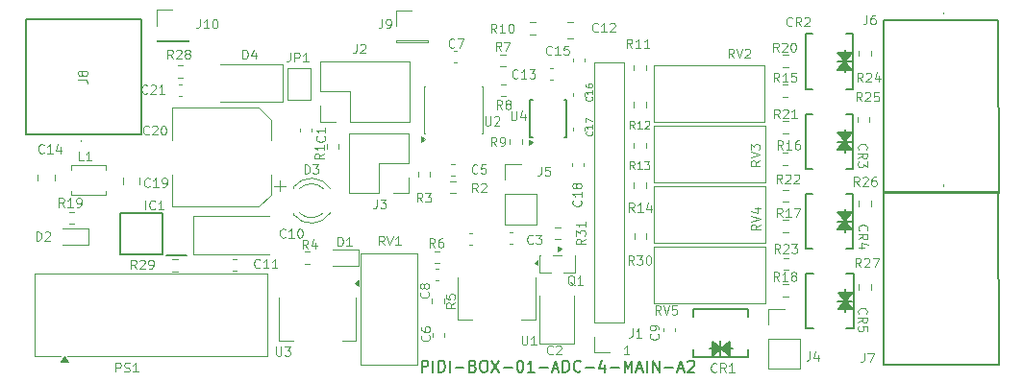
<source format=gbr>
%TF.GenerationSoftware,KiCad,Pcbnew,9.0.6*%
%TF.CreationDate,2025-12-26T20:15:28+00:00*%
%TF.ProjectId,PIDI-BOX-01-ADC-4-MAIN-A2,50494449-2d42-44f5-982d-30312d414443,rev?*%
%TF.SameCoordinates,Original*%
%TF.FileFunction,Legend,Top*%
%TF.FilePolarity,Positive*%
%FSLAX46Y46*%
G04 Gerber Fmt 4.6, Leading zero omitted, Abs format (unit mm)*
G04 Created by KiCad (PCBNEW 9.0.6) date 2025-12-26 20:15:28*
%MOMM*%
%LPD*%
G01*
G04 APERTURE LIST*
%ADD10C,0.100000*%
%ADD11C,0.150000*%
%ADD12C,0.120000*%
%ADD13C,0.200000*%
%ADD14C,0.152400*%
G04 APERTURE END LIST*
D10*
X160288912Y-86764895D02*
X159831769Y-86764895D01*
X160060341Y-86764895D02*
X160060341Y-85964895D01*
X160060341Y-85964895D02*
X159984150Y-86079180D01*
X159984150Y-86079180D02*
X159907960Y-86155371D01*
X159907960Y-86155371D02*
X159831769Y-86193466D01*
D11*
X142017979Y-88312619D02*
X142017979Y-87312619D01*
X142017979Y-87312619D02*
X142398931Y-87312619D01*
X142398931Y-87312619D02*
X142494169Y-87360238D01*
X142494169Y-87360238D02*
X142541788Y-87407857D01*
X142541788Y-87407857D02*
X142589407Y-87503095D01*
X142589407Y-87503095D02*
X142589407Y-87645952D01*
X142589407Y-87645952D02*
X142541788Y-87741190D01*
X142541788Y-87741190D02*
X142494169Y-87788809D01*
X142494169Y-87788809D02*
X142398931Y-87836428D01*
X142398931Y-87836428D02*
X142017979Y-87836428D01*
X143017979Y-88312619D02*
X143017979Y-87312619D01*
X143494169Y-88312619D02*
X143494169Y-87312619D01*
X143494169Y-87312619D02*
X143732264Y-87312619D01*
X143732264Y-87312619D02*
X143875121Y-87360238D01*
X143875121Y-87360238D02*
X143970359Y-87455476D01*
X143970359Y-87455476D02*
X144017978Y-87550714D01*
X144017978Y-87550714D02*
X144065597Y-87741190D01*
X144065597Y-87741190D02*
X144065597Y-87884047D01*
X144065597Y-87884047D02*
X144017978Y-88074523D01*
X144017978Y-88074523D02*
X143970359Y-88169761D01*
X143970359Y-88169761D02*
X143875121Y-88265000D01*
X143875121Y-88265000D02*
X143732264Y-88312619D01*
X143732264Y-88312619D02*
X143494169Y-88312619D01*
X144494169Y-88312619D02*
X144494169Y-87312619D01*
X144970359Y-87931666D02*
X145732264Y-87931666D01*
X146541787Y-87788809D02*
X146684644Y-87836428D01*
X146684644Y-87836428D02*
X146732263Y-87884047D01*
X146732263Y-87884047D02*
X146779882Y-87979285D01*
X146779882Y-87979285D02*
X146779882Y-88122142D01*
X146779882Y-88122142D02*
X146732263Y-88217380D01*
X146732263Y-88217380D02*
X146684644Y-88265000D01*
X146684644Y-88265000D02*
X146589406Y-88312619D01*
X146589406Y-88312619D02*
X146208454Y-88312619D01*
X146208454Y-88312619D02*
X146208454Y-87312619D01*
X146208454Y-87312619D02*
X146541787Y-87312619D01*
X146541787Y-87312619D02*
X146637025Y-87360238D01*
X146637025Y-87360238D02*
X146684644Y-87407857D01*
X146684644Y-87407857D02*
X146732263Y-87503095D01*
X146732263Y-87503095D02*
X146732263Y-87598333D01*
X146732263Y-87598333D02*
X146684644Y-87693571D01*
X146684644Y-87693571D02*
X146637025Y-87741190D01*
X146637025Y-87741190D02*
X146541787Y-87788809D01*
X146541787Y-87788809D02*
X146208454Y-87788809D01*
X147398930Y-87312619D02*
X147589406Y-87312619D01*
X147589406Y-87312619D02*
X147684644Y-87360238D01*
X147684644Y-87360238D02*
X147779882Y-87455476D01*
X147779882Y-87455476D02*
X147827501Y-87645952D01*
X147827501Y-87645952D02*
X147827501Y-87979285D01*
X147827501Y-87979285D02*
X147779882Y-88169761D01*
X147779882Y-88169761D02*
X147684644Y-88265000D01*
X147684644Y-88265000D02*
X147589406Y-88312619D01*
X147589406Y-88312619D02*
X147398930Y-88312619D01*
X147398930Y-88312619D02*
X147303692Y-88265000D01*
X147303692Y-88265000D02*
X147208454Y-88169761D01*
X147208454Y-88169761D02*
X147160835Y-87979285D01*
X147160835Y-87979285D02*
X147160835Y-87645952D01*
X147160835Y-87645952D02*
X147208454Y-87455476D01*
X147208454Y-87455476D02*
X147303692Y-87360238D01*
X147303692Y-87360238D02*
X147398930Y-87312619D01*
X148160835Y-87312619D02*
X148827501Y-88312619D01*
X148827501Y-87312619D02*
X148160835Y-88312619D01*
X149208454Y-87931666D02*
X149970359Y-87931666D01*
X150637025Y-87312619D02*
X150732263Y-87312619D01*
X150732263Y-87312619D02*
X150827501Y-87360238D01*
X150827501Y-87360238D02*
X150875120Y-87407857D01*
X150875120Y-87407857D02*
X150922739Y-87503095D01*
X150922739Y-87503095D02*
X150970358Y-87693571D01*
X150970358Y-87693571D02*
X150970358Y-87931666D01*
X150970358Y-87931666D02*
X150922739Y-88122142D01*
X150922739Y-88122142D02*
X150875120Y-88217380D01*
X150875120Y-88217380D02*
X150827501Y-88265000D01*
X150827501Y-88265000D02*
X150732263Y-88312619D01*
X150732263Y-88312619D02*
X150637025Y-88312619D01*
X150637025Y-88312619D02*
X150541787Y-88265000D01*
X150541787Y-88265000D02*
X150494168Y-88217380D01*
X150494168Y-88217380D02*
X150446549Y-88122142D01*
X150446549Y-88122142D02*
X150398930Y-87931666D01*
X150398930Y-87931666D02*
X150398930Y-87693571D01*
X150398930Y-87693571D02*
X150446549Y-87503095D01*
X150446549Y-87503095D02*
X150494168Y-87407857D01*
X150494168Y-87407857D02*
X150541787Y-87360238D01*
X150541787Y-87360238D02*
X150637025Y-87312619D01*
X151922739Y-88312619D02*
X151351311Y-88312619D01*
X151637025Y-88312619D02*
X151637025Y-87312619D01*
X151637025Y-87312619D02*
X151541787Y-87455476D01*
X151541787Y-87455476D02*
X151446549Y-87550714D01*
X151446549Y-87550714D02*
X151351311Y-87598333D01*
X152351311Y-87931666D02*
X153113216Y-87931666D01*
X153541787Y-88026904D02*
X154017977Y-88026904D01*
X153446549Y-88312619D02*
X153779882Y-87312619D01*
X153779882Y-87312619D02*
X154113215Y-88312619D01*
X154446549Y-88312619D02*
X154446549Y-87312619D01*
X154446549Y-87312619D02*
X154684644Y-87312619D01*
X154684644Y-87312619D02*
X154827501Y-87360238D01*
X154827501Y-87360238D02*
X154922739Y-87455476D01*
X154922739Y-87455476D02*
X154970358Y-87550714D01*
X154970358Y-87550714D02*
X155017977Y-87741190D01*
X155017977Y-87741190D02*
X155017977Y-87884047D01*
X155017977Y-87884047D02*
X154970358Y-88074523D01*
X154970358Y-88074523D02*
X154922739Y-88169761D01*
X154922739Y-88169761D02*
X154827501Y-88265000D01*
X154827501Y-88265000D02*
X154684644Y-88312619D01*
X154684644Y-88312619D02*
X154446549Y-88312619D01*
X156017977Y-88217380D02*
X155970358Y-88265000D01*
X155970358Y-88265000D02*
X155827501Y-88312619D01*
X155827501Y-88312619D02*
X155732263Y-88312619D01*
X155732263Y-88312619D02*
X155589406Y-88265000D01*
X155589406Y-88265000D02*
X155494168Y-88169761D01*
X155494168Y-88169761D02*
X155446549Y-88074523D01*
X155446549Y-88074523D02*
X155398930Y-87884047D01*
X155398930Y-87884047D02*
X155398930Y-87741190D01*
X155398930Y-87741190D02*
X155446549Y-87550714D01*
X155446549Y-87550714D02*
X155494168Y-87455476D01*
X155494168Y-87455476D02*
X155589406Y-87360238D01*
X155589406Y-87360238D02*
X155732263Y-87312619D01*
X155732263Y-87312619D02*
X155827501Y-87312619D01*
X155827501Y-87312619D02*
X155970358Y-87360238D01*
X155970358Y-87360238D02*
X156017977Y-87407857D01*
X156446549Y-87931666D02*
X157208454Y-87931666D01*
X158113215Y-87645952D02*
X158113215Y-88312619D01*
X157875120Y-87265000D02*
X157637025Y-87979285D01*
X157637025Y-87979285D02*
X158256072Y-87979285D01*
X158637025Y-87931666D02*
X159398930Y-87931666D01*
X159875120Y-88312619D02*
X159875120Y-87312619D01*
X159875120Y-87312619D02*
X160208453Y-88026904D01*
X160208453Y-88026904D02*
X160541786Y-87312619D01*
X160541786Y-87312619D02*
X160541786Y-88312619D01*
X160970358Y-88026904D02*
X161446548Y-88026904D01*
X160875120Y-88312619D02*
X161208453Y-87312619D01*
X161208453Y-87312619D02*
X161541786Y-88312619D01*
X161875120Y-88312619D02*
X161875120Y-87312619D01*
X162351310Y-88312619D02*
X162351310Y-87312619D01*
X162351310Y-87312619D02*
X162922738Y-88312619D01*
X162922738Y-88312619D02*
X162922738Y-87312619D01*
X163398929Y-87931666D02*
X164160834Y-87931666D01*
X164589405Y-88026904D02*
X165065595Y-88026904D01*
X164494167Y-88312619D02*
X164827500Y-87312619D01*
X164827500Y-87312619D02*
X165160833Y-88312619D01*
X165446548Y-87407857D02*
X165494167Y-87360238D01*
X165494167Y-87360238D02*
X165589405Y-87312619D01*
X165589405Y-87312619D02*
X165827500Y-87312619D01*
X165827500Y-87312619D02*
X165922738Y-87360238D01*
X165922738Y-87360238D02*
X165970357Y-87407857D01*
X165970357Y-87407857D02*
X166017976Y-87503095D01*
X166017976Y-87503095D02*
X166017976Y-87598333D01*
X166017976Y-87598333D02*
X165970357Y-87741190D01*
X165970357Y-87741190D02*
X165398929Y-88312619D01*
X165398929Y-88312619D02*
X166017976Y-88312619D01*
D10*
X156422495Y-76561885D02*
X156041542Y-76828552D01*
X156422495Y-77019028D02*
X155622495Y-77019028D01*
X155622495Y-77019028D02*
X155622495Y-76714266D01*
X155622495Y-76714266D02*
X155660590Y-76638076D01*
X155660590Y-76638076D02*
X155698685Y-76599981D01*
X155698685Y-76599981D02*
X155774876Y-76561885D01*
X155774876Y-76561885D02*
X155889161Y-76561885D01*
X155889161Y-76561885D02*
X155965352Y-76599981D01*
X155965352Y-76599981D02*
X156003447Y-76638076D01*
X156003447Y-76638076D02*
X156041542Y-76714266D01*
X156041542Y-76714266D02*
X156041542Y-77019028D01*
X155622495Y-76295219D02*
X155622495Y-75799981D01*
X155622495Y-75799981D02*
X155927257Y-76066647D01*
X155927257Y-76066647D02*
X155927257Y-75952362D01*
X155927257Y-75952362D02*
X155965352Y-75876171D01*
X155965352Y-75876171D02*
X156003447Y-75838076D01*
X156003447Y-75838076D02*
X156079638Y-75799981D01*
X156079638Y-75799981D02*
X156270114Y-75799981D01*
X156270114Y-75799981D02*
X156346304Y-75838076D01*
X156346304Y-75838076D02*
X156384400Y-75876171D01*
X156384400Y-75876171D02*
X156422495Y-75952362D01*
X156422495Y-75952362D02*
X156422495Y-76180933D01*
X156422495Y-76180933D02*
X156384400Y-76257124D01*
X156384400Y-76257124D02*
X156346304Y-76295219D01*
X156422495Y-75038076D02*
X156422495Y-75495219D01*
X156422495Y-75266647D02*
X155622495Y-75266647D01*
X155622495Y-75266647D02*
X155736780Y-75342838D01*
X155736780Y-75342838D02*
X155812971Y-75419028D01*
X155812971Y-75419028D02*
X155851066Y-75495219D01*
X173435714Y-60064895D02*
X173169047Y-59683942D01*
X172978571Y-60064895D02*
X172978571Y-59264895D01*
X172978571Y-59264895D02*
X173283333Y-59264895D01*
X173283333Y-59264895D02*
X173359523Y-59302990D01*
X173359523Y-59302990D02*
X173397618Y-59341085D01*
X173397618Y-59341085D02*
X173435714Y-59417276D01*
X173435714Y-59417276D02*
X173435714Y-59531561D01*
X173435714Y-59531561D02*
X173397618Y-59607752D01*
X173397618Y-59607752D02*
X173359523Y-59645847D01*
X173359523Y-59645847D02*
X173283333Y-59683942D01*
X173283333Y-59683942D02*
X172978571Y-59683942D01*
X173740475Y-59341085D02*
X173778571Y-59302990D01*
X173778571Y-59302990D02*
X173854761Y-59264895D01*
X173854761Y-59264895D02*
X174045237Y-59264895D01*
X174045237Y-59264895D02*
X174121428Y-59302990D01*
X174121428Y-59302990D02*
X174159523Y-59341085D01*
X174159523Y-59341085D02*
X174197618Y-59417276D01*
X174197618Y-59417276D02*
X174197618Y-59493466D01*
X174197618Y-59493466D02*
X174159523Y-59607752D01*
X174159523Y-59607752D02*
X173702380Y-60064895D01*
X173702380Y-60064895D02*
X174197618Y-60064895D01*
X174692857Y-59264895D02*
X174769047Y-59264895D01*
X174769047Y-59264895D02*
X174845238Y-59302990D01*
X174845238Y-59302990D02*
X174883333Y-59341085D01*
X174883333Y-59341085D02*
X174921428Y-59417276D01*
X174921428Y-59417276D02*
X174959523Y-59569657D01*
X174959523Y-59569657D02*
X174959523Y-59760133D01*
X174959523Y-59760133D02*
X174921428Y-59912514D01*
X174921428Y-59912514D02*
X174883333Y-59988704D01*
X174883333Y-59988704D02*
X174845238Y-60026800D01*
X174845238Y-60026800D02*
X174769047Y-60064895D01*
X174769047Y-60064895D02*
X174692857Y-60064895D01*
X174692857Y-60064895D02*
X174616666Y-60026800D01*
X174616666Y-60026800D02*
X174578571Y-59988704D01*
X174578571Y-59988704D02*
X174540476Y-59912514D01*
X174540476Y-59912514D02*
X174502380Y-59760133D01*
X174502380Y-59760133D02*
X174502380Y-59569657D01*
X174502380Y-59569657D02*
X174540476Y-59417276D01*
X174540476Y-59417276D02*
X174578571Y-59341085D01*
X174578571Y-59341085D02*
X174616666Y-59302990D01*
X174616666Y-59302990D02*
X174692857Y-59264895D01*
X117684648Y-73974095D02*
X117684648Y-73174095D01*
X118522743Y-73897904D02*
X118484647Y-73936000D01*
X118484647Y-73936000D02*
X118370362Y-73974095D01*
X118370362Y-73974095D02*
X118294171Y-73974095D01*
X118294171Y-73974095D02*
X118179885Y-73936000D01*
X118179885Y-73936000D02*
X118103695Y-73859809D01*
X118103695Y-73859809D02*
X118065600Y-73783619D01*
X118065600Y-73783619D02*
X118027504Y-73631238D01*
X118027504Y-73631238D02*
X118027504Y-73516952D01*
X118027504Y-73516952D02*
X118065600Y-73364571D01*
X118065600Y-73364571D02*
X118103695Y-73288380D01*
X118103695Y-73288380D02*
X118179885Y-73212190D01*
X118179885Y-73212190D02*
X118294171Y-73174095D01*
X118294171Y-73174095D02*
X118370362Y-73174095D01*
X118370362Y-73174095D02*
X118484647Y-73212190D01*
X118484647Y-73212190D02*
X118522743Y-73250285D01*
X119284647Y-73974095D02*
X118827504Y-73974095D01*
X119056076Y-73974095D02*
X119056076Y-73174095D01*
X119056076Y-73174095D02*
X118979885Y-73288380D01*
X118979885Y-73288380D02*
X118903695Y-73364571D01*
X118903695Y-73364571D02*
X118827504Y-73402666D01*
X130424733Y-60155295D02*
X130424733Y-60726723D01*
X130424733Y-60726723D02*
X130386638Y-60841009D01*
X130386638Y-60841009D02*
X130310447Y-60917200D01*
X130310447Y-60917200D02*
X130196162Y-60955295D01*
X130196162Y-60955295D02*
X130119971Y-60955295D01*
X130805686Y-60955295D02*
X130805686Y-60155295D01*
X130805686Y-60155295D02*
X131110448Y-60155295D01*
X131110448Y-60155295D02*
X131186638Y-60193390D01*
X131186638Y-60193390D02*
X131224733Y-60231485D01*
X131224733Y-60231485D02*
X131262829Y-60307676D01*
X131262829Y-60307676D02*
X131262829Y-60421961D01*
X131262829Y-60421961D02*
X131224733Y-60498152D01*
X131224733Y-60498152D02*
X131186638Y-60536247D01*
X131186638Y-60536247D02*
X131110448Y-60574342D01*
X131110448Y-60574342D02*
X130805686Y-60574342D01*
X132024733Y-60955295D02*
X131567590Y-60955295D01*
X131796162Y-60955295D02*
X131796162Y-60155295D01*
X131796162Y-60155295D02*
X131719971Y-60269580D01*
X131719971Y-60269580D02*
X131643781Y-60345771D01*
X131643781Y-60345771D02*
X131567590Y-60383866D01*
X153460514Y-60258104D02*
X153422418Y-60296200D01*
X153422418Y-60296200D02*
X153308133Y-60334295D01*
X153308133Y-60334295D02*
X153231942Y-60334295D01*
X153231942Y-60334295D02*
X153117656Y-60296200D01*
X153117656Y-60296200D02*
X153041466Y-60220009D01*
X153041466Y-60220009D02*
X153003371Y-60143819D01*
X153003371Y-60143819D02*
X152965275Y-59991438D01*
X152965275Y-59991438D02*
X152965275Y-59877152D01*
X152965275Y-59877152D02*
X153003371Y-59724771D01*
X153003371Y-59724771D02*
X153041466Y-59648580D01*
X153041466Y-59648580D02*
X153117656Y-59572390D01*
X153117656Y-59572390D02*
X153231942Y-59534295D01*
X153231942Y-59534295D02*
X153308133Y-59534295D01*
X153308133Y-59534295D02*
X153422418Y-59572390D01*
X153422418Y-59572390D02*
X153460514Y-59610485D01*
X154222418Y-60334295D02*
X153765275Y-60334295D01*
X153993847Y-60334295D02*
X153993847Y-59534295D01*
X153993847Y-59534295D02*
X153917656Y-59648580D01*
X153917656Y-59648580D02*
X153841466Y-59724771D01*
X153841466Y-59724771D02*
X153765275Y-59762866D01*
X154946228Y-59534295D02*
X154565276Y-59534295D01*
X154565276Y-59534295D02*
X154527180Y-59915247D01*
X154527180Y-59915247D02*
X154565276Y-59877152D01*
X154565276Y-59877152D02*
X154641466Y-59839057D01*
X154641466Y-59839057D02*
X154831942Y-59839057D01*
X154831942Y-59839057D02*
X154908133Y-59877152D01*
X154908133Y-59877152D02*
X154946228Y-59915247D01*
X154946228Y-59915247D02*
X154984323Y-59991438D01*
X154984323Y-59991438D02*
X154984323Y-60181914D01*
X154984323Y-60181914D02*
X154946228Y-60258104D01*
X154946228Y-60258104D02*
X154908133Y-60296200D01*
X154908133Y-60296200D02*
X154831942Y-60334295D01*
X154831942Y-60334295D02*
X154641466Y-60334295D01*
X154641466Y-60334295D02*
X154565276Y-60296200D01*
X154565276Y-60296200D02*
X154527180Y-60258104D01*
X151784067Y-76920504D02*
X151745971Y-76958600D01*
X151745971Y-76958600D02*
X151631686Y-76996695D01*
X151631686Y-76996695D02*
X151555495Y-76996695D01*
X151555495Y-76996695D02*
X151441209Y-76958600D01*
X151441209Y-76958600D02*
X151365019Y-76882409D01*
X151365019Y-76882409D02*
X151326924Y-76806219D01*
X151326924Y-76806219D02*
X151288828Y-76653838D01*
X151288828Y-76653838D02*
X151288828Y-76539552D01*
X151288828Y-76539552D02*
X151326924Y-76387171D01*
X151326924Y-76387171D02*
X151365019Y-76310980D01*
X151365019Y-76310980D02*
X151441209Y-76234790D01*
X151441209Y-76234790D02*
X151555495Y-76196695D01*
X151555495Y-76196695D02*
X151631686Y-76196695D01*
X151631686Y-76196695D02*
X151745971Y-76234790D01*
X151745971Y-76234790D02*
X151784067Y-76272885D01*
X152050733Y-76196695D02*
X152545971Y-76196695D01*
X152545971Y-76196695D02*
X152279305Y-76501457D01*
X152279305Y-76501457D02*
X152393590Y-76501457D01*
X152393590Y-76501457D02*
X152469781Y-76539552D01*
X152469781Y-76539552D02*
X152507876Y-76577647D01*
X152507876Y-76577647D02*
X152545971Y-76653838D01*
X152545971Y-76653838D02*
X152545971Y-76844314D01*
X152545971Y-76844314D02*
X152507876Y-76920504D01*
X152507876Y-76920504D02*
X152469781Y-76958600D01*
X152469781Y-76958600D02*
X152393590Y-76996695D01*
X152393590Y-76996695D02*
X152165019Y-76996695D01*
X152165019Y-76996695D02*
X152088828Y-76958600D01*
X152088828Y-76958600D02*
X152050733Y-76920504D01*
X142579504Y-81260932D02*
X142617600Y-81299028D01*
X142617600Y-81299028D02*
X142655695Y-81413313D01*
X142655695Y-81413313D02*
X142655695Y-81489504D01*
X142655695Y-81489504D02*
X142617600Y-81603790D01*
X142617600Y-81603790D02*
X142541409Y-81679980D01*
X142541409Y-81679980D02*
X142465219Y-81718075D01*
X142465219Y-81718075D02*
X142312838Y-81756171D01*
X142312838Y-81756171D02*
X142198552Y-81756171D01*
X142198552Y-81756171D02*
X142046171Y-81718075D01*
X142046171Y-81718075D02*
X141969980Y-81679980D01*
X141969980Y-81679980D02*
X141893790Y-81603790D01*
X141893790Y-81603790D02*
X141855695Y-81489504D01*
X141855695Y-81489504D02*
X141855695Y-81413313D01*
X141855695Y-81413313D02*
X141893790Y-81299028D01*
X141893790Y-81299028D02*
X141931885Y-81260932D01*
X142198552Y-80803790D02*
X142160457Y-80879980D01*
X142160457Y-80879980D02*
X142122361Y-80918075D01*
X142122361Y-80918075D02*
X142046171Y-80956171D01*
X142046171Y-80956171D02*
X142008076Y-80956171D01*
X142008076Y-80956171D02*
X141931885Y-80918075D01*
X141931885Y-80918075D02*
X141893790Y-80879980D01*
X141893790Y-80879980D02*
X141855695Y-80803790D01*
X141855695Y-80803790D02*
X141855695Y-80651409D01*
X141855695Y-80651409D02*
X141893790Y-80575218D01*
X141893790Y-80575218D02*
X141931885Y-80537123D01*
X141931885Y-80537123D02*
X142008076Y-80499028D01*
X142008076Y-80499028D02*
X142046171Y-80499028D01*
X142046171Y-80499028D02*
X142122361Y-80537123D01*
X142122361Y-80537123D02*
X142160457Y-80575218D01*
X142160457Y-80575218D02*
X142198552Y-80651409D01*
X142198552Y-80651409D02*
X142198552Y-80803790D01*
X142198552Y-80803790D02*
X142236647Y-80879980D01*
X142236647Y-80879980D02*
X142274742Y-80918075D01*
X142274742Y-80918075D02*
X142350933Y-80956171D01*
X142350933Y-80956171D02*
X142503314Y-80956171D01*
X142503314Y-80956171D02*
X142579504Y-80918075D01*
X142579504Y-80918075D02*
X142617600Y-80879980D01*
X142617600Y-80879980D02*
X142655695Y-80803790D01*
X142655695Y-80803790D02*
X142655695Y-80651409D01*
X142655695Y-80651409D02*
X142617600Y-80575218D01*
X142617600Y-80575218D02*
X142579504Y-80537123D01*
X142579504Y-80537123D02*
X142503314Y-80499028D01*
X142503314Y-80499028D02*
X142350933Y-80499028D01*
X142350933Y-80499028D02*
X142274742Y-80537123D01*
X142274742Y-80537123D02*
X142236647Y-80575218D01*
X142236647Y-80575218D02*
X142198552Y-80651409D01*
X173735714Y-71664895D02*
X173469047Y-71283942D01*
X173278571Y-71664895D02*
X173278571Y-70864895D01*
X173278571Y-70864895D02*
X173583333Y-70864895D01*
X173583333Y-70864895D02*
X173659523Y-70902990D01*
X173659523Y-70902990D02*
X173697618Y-70941085D01*
X173697618Y-70941085D02*
X173735714Y-71017276D01*
X173735714Y-71017276D02*
X173735714Y-71131561D01*
X173735714Y-71131561D02*
X173697618Y-71207752D01*
X173697618Y-71207752D02*
X173659523Y-71245847D01*
X173659523Y-71245847D02*
X173583333Y-71283942D01*
X173583333Y-71283942D02*
X173278571Y-71283942D01*
X174040475Y-70941085D02*
X174078571Y-70902990D01*
X174078571Y-70902990D02*
X174154761Y-70864895D01*
X174154761Y-70864895D02*
X174345237Y-70864895D01*
X174345237Y-70864895D02*
X174421428Y-70902990D01*
X174421428Y-70902990D02*
X174459523Y-70941085D01*
X174459523Y-70941085D02*
X174497618Y-71017276D01*
X174497618Y-71017276D02*
X174497618Y-71093466D01*
X174497618Y-71093466D02*
X174459523Y-71207752D01*
X174459523Y-71207752D02*
X174002380Y-71664895D01*
X174002380Y-71664895D02*
X174497618Y-71664895D01*
X174802380Y-70941085D02*
X174840476Y-70902990D01*
X174840476Y-70902990D02*
X174916666Y-70864895D01*
X174916666Y-70864895D02*
X175107142Y-70864895D01*
X175107142Y-70864895D02*
X175183333Y-70902990D01*
X175183333Y-70902990D02*
X175221428Y-70941085D01*
X175221428Y-70941085D02*
X175259523Y-71017276D01*
X175259523Y-71017276D02*
X175259523Y-71093466D01*
X175259523Y-71093466D02*
X175221428Y-71207752D01*
X175221428Y-71207752D02*
X174764285Y-71664895D01*
X174764285Y-71664895D02*
X175259523Y-71664895D01*
X142055867Y-73313695D02*
X141789200Y-72932742D01*
X141598724Y-73313695D02*
X141598724Y-72513695D01*
X141598724Y-72513695D02*
X141903486Y-72513695D01*
X141903486Y-72513695D02*
X141979676Y-72551790D01*
X141979676Y-72551790D02*
X142017771Y-72589885D01*
X142017771Y-72589885D02*
X142055867Y-72666076D01*
X142055867Y-72666076D02*
X142055867Y-72780361D01*
X142055867Y-72780361D02*
X142017771Y-72856552D01*
X142017771Y-72856552D02*
X141979676Y-72894647D01*
X141979676Y-72894647D02*
X141903486Y-72932742D01*
X141903486Y-72932742D02*
X141598724Y-72932742D01*
X142322533Y-72513695D02*
X142817771Y-72513695D01*
X142817771Y-72513695D02*
X142551105Y-72818457D01*
X142551105Y-72818457D02*
X142665390Y-72818457D01*
X142665390Y-72818457D02*
X142741581Y-72856552D01*
X142741581Y-72856552D02*
X142779676Y-72894647D01*
X142779676Y-72894647D02*
X142817771Y-72970838D01*
X142817771Y-72970838D02*
X142817771Y-73161314D01*
X142817771Y-73161314D02*
X142779676Y-73237504D01*
X142779676Y-73237504D02*
X142741581Y-73275600D01*
X142741581Y-73275600D02*
X142665390Y-73313695D01*
X142665390Y-73313695D02*
X142436819Y-73313695D01*
X142436819Y-73313695D02*
X142360628Y-73275600D01*
X142360628Y-73275600D02*
X142322533Y-73237504D01*
X155473409Y-80679685D02*
X155397219Y-80641590D01*
X155397219Y-80641590D02*
X155321028Y-80565400D01*
X155321028Y-80565400D02*
X155206742Y-80451114D01*
X155206742Y-80451114D02*
X155130552Y-80413019D01*
X155130552Y-80413019D02*
X155054361Y-80413019D01*
X155092457Y-80603495D02*
X155016266Y-80565400D01*
X155016266Y-80565400D02*
X154940076Y-80489209D01*
X154940076Y-80489209D02*
X154901980Y-80336828D01*
X154901980Y-80336828D02*
X154901980Y-80070161D01*
X154901980Y-80070161D02*
X154940076Y-79917780D01*
X154940076Y-79917780D02*
X155016266Y-79841590D01*
X155016266Y-79841590D02*
X155092457Y-79803495D01*
X155092457Y-79803495D02*
X155244838Y-79803495D01*
X155244838Y-79803495D02*
X155321028Y-79841590D01*
X155321028Y-79841590D02*
X155397219Y-79917780D01*
X155397219Y-79917780D02*
X155435314Y-80070161D01*
X155435314Y-80070161D02*
X155435314Y-80336828D01*
X155435314Y-80336828D02*
X155397219Y-80489209D01*
X155397219Y-80489209D02*
X155321028Y-80565400D01*
X155321028Y-80565400D02*
X155244838Y-80603495D01*
X155244838Y-80603495D02*
X155092457Y-80603495D01*
X156197218Y-80603495D02*
X155740075Y-80603495D01*
X155968647Y-80603495D02*
X155968647Y-79803495D01*
X155968647Y-79803495D02*
X155892456Y-79917780D01*
X155892456Y-79917780D02*
X155816266Y-79993971D01*
X155816266Y-79993971D02*
X155740075Y-80032066D01*
X180511295Y-68666667D02*
X180473200Y-68628571D01*
X180473200Y-68628571D02*
X180435104Y-68514286D01*
X180435104Y-68514286D02*
X180435104Y-68438095D01*
X180435104Y-68438095D02*
X180473200Y-68323809D01*
X180473200Y-68323809D02*
X180549390Y-68247619D01*
X180549390Y-68247619D02*
X180625580Y-68209524D01*
X180625580Y-68209524D02*
X180777961Y-68171428D01*
X180777961Y-68171428D02*
X180892247Y-68171428D01*
X180892247Y-68171428D02*
X181044628Y-68209524D01*
X181044628Y-68209524D02*
X181120819Y-68247619D01*
X181120819Y-68247619D02*
X181197009Y-68323809D01*
X181197009Y-68323809D02*
X181235104Y-68438095D01*
X181235104Y-68438095D02*
X181235104Y-68514286D01*
X181235104Y-68514286D02*
X181197009Y-68628571D01*
X181197009Y-68628571D02*
X181158914Y-68666667D01*
X180435104Y-69466667D02*
X180816057Y-69200000D01*
X180435104Y-69009524D02*
X181235104Y-69009524D01*
X181235104Y-69009524D02*
X181235104Y-69314286D01*
X181235104Y-69314286D02*
X181197009Y-69390476D01*
X181197009Y-69390476D02*
X181158914Y-69428571D01*
X181158914Y-69428571D02*
X181082723Y-69466667D01*
X181082723Y-69466667D02*
X180968438Y-69466667D01*
X180968438Y-69466667D02*
X180892247Y-69428571D01*
X180892247Y-69428571D02*
X180854152Y-69390476D01*
X180854152Y-69390476D02*
X180816057Y-69314286D01*
X180816057Y-69314286D02*
X180816057Y-69009524D01*
X181235104Y-69733333D02*
X181235104Y-70228571D01*
X181235104Y-70228571D02*
X180930342Y-69961905D01*
X180930342Y-69961905D02*
X180930342Y-70076190D01*
X180930342Y-70076190D02*
X180892247Y-70152381D01*
X180892247Y-70152381D02*
X180854152Y-70190476D01*
X180854152Y-70190476D02*
X180777961Y-70228571D01*
X180777961Y-70228571D02*
X180587485Y-70228571D01*
X180587485Y-70228571D02*
X180511295Y-70190476D01*
X180511295Y-70190476D02*
X180473200Y-70152381D01*
X180473200Y-70152381D02*
X180435104Y-70076190D01*
X180435104Y-70076190D02*
X180435104Y-69847619D01*
X180435104Y-69847619D02*
X180473200Y-69771428D01*
X180473200Y-69771428D02*
X180511295Y-69733333D01*
X117835714Y-63688704D02*
X117797618Y-63726800D01*
X117797618Y-63726800D02*
X117683333Y-63764895D01*
X117683333Y-63764895D02*
X117607142Y-63764895D01*
X117607142Y-63764895D02*
X117492856Y-63726800D01*
X117492856Y-63726800D02*
X117416666Y-63650609D01*
X117416666Y-63650609D02*
X117378571Y-63574419D01*
X117378571Y-63574419D02*
X117340475Y-63422038D01*
X117340475Y-63422038D02*
X117340475Y-63307752D01*
X117340475Y-63307752D02*
X117378571Y-63155371D01*
X117378571Y-63155371D02*
X117416666Y-63079180D01*
X117416666Y-63079180D02*
X117492856Y-63002990D01*
X117492856Y-63002990D02*
X117607142Y-62964895D01*
X117607142Y-62964895D02*
X117683333Y-62964895D01*
X117683333Y-62964895D02*
X117797618Y-63002990D01*
X117797618Y-63002990D02*
X117835714Y-63041085D01*
X118140475Y-63041085D02*
X118178571Y-63002990D01*
X118178571Y-63002990D02*
X118254761Y-62964895D01*
X118254761Y-62964895D02*
X118445237Y-62964895D01*
X118445237Y-62964895D02*
X118521428Y-63002990D01*
X118521428Y-63002990D02*
X118559523Y-63041085D01*
X118559523Y-63041085D02*
X118597618Y-63117276D01*
X118597618Y-63117276D02*
X118597618Y-63193466D01*
X118597618Y-63193466D02*
X118559523Y-63307752D01*
X118559523Y-63307752D02*
X118102380Y-63764895D01*
X118102380Y-63764895D02*
X118597618Y-63764895D01*
X119359523Y-63764895D02*
X118902380Y-63764895D01*
X119130952Y-63764895D02*
X119130952Y-62964895D01*
X119130952Y-62964895D02*
X119054761Y-63079180D01*
X119054761Y-63079180D02*
X118978571Y-63155371D01*
X118978571Y-63155371D02*
X118902380Y-63193466D01*
X149885476Y-65300095D02*
X149885476Y-65947714D01*
X149885476Y-65947714D02*
X149923571Y-66023904D01*
X149923571Y-66023904D02*
X149961666Y-66062000D01*
X149961666Y-66062000D02*
X150037857Y-66100095D01*
X150037857Y-66100095D02*
X150190238Y-66100095D01*
X150190238Y-66100095D02*
X150266428Y-66062000D01*
X150266428Y-66062000D02*
X150304523Y-66023904D01*
X150304523Y-66023904D02*
X150342619Y-65947714D01*
X150342619Y-65947714D02*
X150342619Y-65300095D01*
X151066428Y-65566761D02*
X151066428Y-66100095D01*
X150875952Y-65262000D02*
X150685475Y-65833428D01*
X150685475Y-65833428D02*
X151180714Y-65833428D01*
X131684524Y-70814895D02*
X131684524Y-70014895D01*
X131684524Y-70014895D02*
X131875000Y-70014895D01*
X131875000Y-70014895D02*
X131989286Y-70052990D01*
X131989286Y-70052990D02*
X132065476Y-70129180D01*
X132065476Y-70129180D02*
X132103571Y-70205371D01*
X132103571Y-70205371D02*
X132141667Y-70357752D01*
X132141667Y-70357752D02*
X132141667Y-70472038D01*
X132141667Y-70472038D02*
X132103571Y-70624419D01*
X132103571Y-70624419D02*
X132065476Y-70700609D01*
X132065476Y-70700609D02*
X131989286Y-70776800D01*
X131989286Y-70776800D02*
X131875000Y-70814895D01*
X131875000Y-70814895D02*
X131684524Y-70814895D01*
X132408333Y-70014895D02*
X132903571Y-70014895D01*
X132903571Y-70014895D02*
X132636905Y-70319657D01*
X132636905Y-70319657D02*
X132751190Y-70319657D01*
X132751190Y-70319657D02*
X132827381Y-70357752D01*
X132827381Y-70357752D02*
X132865476Y-70395847D01*
X132865476Y-70395847D02*
X132903571Y-70472038D01*
X132903571Y-70472038D02*
X132903571Y-70662514D01*
X132903571Y-70662514D02*
X132865476Y-70738704D01*
X132865476Y-70738704D02*
X132827381Y-70776800D01*
X132827381Y-70776800D02*
X132751190Y-70814895D01*
X132751190Y-70814895D02*
X132522619Y-70814895D01*
X132522619Y-70814895D02*
X132446428Y-70776800D01*
X132446428Y-70776800D02*
X132408333Y-70738704D01*
X148990067Y-59978695D02*
X148723400Y-59597742D01*
X148532924Y-59978695D02*
X148532924Y-59178695D01*
X148532924Y-59178695D02*
X148837686Y-59178695D01*
X148837686Y-59178695D02*
X148913876Y-59216790D01*
X148913876Y-59216790D02*
X148951971Y-59254885D01*
X148951971Y-59254885D02*
X148990067Y-59331076D01*
X148990067Y-59331076D02*
X148990067Y-59445361D01*
X148990067Y-59445361D02*
X148951971Y-59521552D01*
X148951971Y-59521552D02*
X148913876Y-59559647D01*
X148913876Y-59559647D02*
X148837686Y-59597742D01*
X148837686Y-59597742D02*
X148532924Y-59597742D01*
X149256733Y-59178695D02*
X149790067Y-59178695D01*
X149790067Y-59178695D02*
X149447209Y-59978695D01*
X144941695Y-82175332D02*
X144560742Y-82441999D01*
X144941695Y-82632475D02*
X144141695Y-82632475D01*
X144141695Y-82632475D02*
X144141695Y-82327713D01*
X144141695Y-82327713D02*
X144179790Y-82251523D01*
X144179790Y-82251523D02*
X144217885Y-82213428D01*
X144217885Y-82213428D02*
X144294076Y-82175332D01*
X144294076Y-82175332D02*
X144408361Y-82175332D01*
X144408361Y-82175332D02*
X144484552Y-82213428D01*
X144484552Y-82213428D02*
X144522647Y-82251523D01*
X144522647Y-82251523D02*
X144560742Y-82327713D01*
X144560742Y-82327713D02*
X144560742Y-82632475D01*
X144141695Y-81451523D02*
X144141695Y-81832475D01*
X144141695Y-81832475D02*
X144522647Y-81870571D01*
X144522647Y-81870571D02*
X144484552Y-81832475D01*
X144484552Y-81832475D02*
X144446457Y-81756285D01*
X144446457Y-81756285D02*
X144446457Y-81565809D01*
X144446457Y-81565809D02*
X144484552Y-81489618D01*
X144484552Y-81489618D02*
X144522647Y-81451523D01*
X144522647Y-81451523D02*
X144598838Y-81413428D01*
X144598838Y-81413428D02*
X144789314Y-81413428D01*
X144789314Y-81413428D02*
X144865504Y-81451523D01*
X144865504Y-81451523D02*
X144903600Y-81489618D01*
X144903600Y-81489618D02*
X144941695Y-81565809D01*
X144941695Y-81565809D02*
X144941695Y-81756285D01*
X144941695Y-81756285D02*
X144903600Y-81832475D01*
X144903600Y-81832475D02*
X144865504Y-81870571D01*
X122477380Y-57189895D02*
X122477380Y-57761323D01*
X122477380Y-57761323D02*
X122439285Y-57875609D01*
X122439285Y-57875609D02*
X122363094Y-57951800D01*
X122363094Y-57951800D02*
X122248809Y-57989895D01*
X122248809Y-57989895D02*
X122172618Y-57989895D01*
X123277380Y-57989895D02*
X122820237Y-57989895D01*
X123048809Y-57989895D02*
X123048809Y-57189895D01*
X123048809Y-57189895D02*
X122972618Y-57304180D01*
X122972618Y-57304180D02*
X122896428Y-57380371D01*
X122896428Y-57380371D02*
X122820237Y-57418466D01*
X123772619Y-57189895D02*
X123848809Y-57189895D01*
X123848809Y-57189895D02*
X123925000Y-57227990D01*
X123925000Y-57227990D02*
X123963095Y-57266085D01*
X123963095Y-57266085D02*
X124001190Y-57342276D01*
X124001190Y-57342276D02*
X124039285Y-57494657D01*
X124039285Y-57494657D02*
X124039285Y-57685133D01*
X124039285Y-57685133D02*
X124001190Y-57837514D01*
X124001190Y-57837514D02*
X123963095Y-57913704D01*
X123963095Y-57913704D02*
X123925000Y-57951800D01*
X123925000Y-57951800D02*
X123848809Y-57989895D01*
X123848809Y-57989895D02*
X123772619Y-57989895D01*
X123772619Y-57989895D02*
X123696428Y-57951800D01*
X123696428Y-57951800D02*
X123658333Y-57913704D01*
X123658333Y-57913704D02*
X123620238Y-57837514D01*
X123620238Y-57837514D02*
X123582142Y-57685133D01*
X123582142Y-57685133D02*
X123582142Y-57494657D01*
X123582142Y-57494657D02*
X123620238Y-57342276D01*
X123620238Y-57342276D02*
X123658333Y-57266085D01*
X123658333Y-57266085D02*
X123696428Y-57227990D01*
X123696428Y-57227990D02*
X123772619Y-57189895D01*
X160558533Y-84490495D02*
X160558533Y-85061923D01*
X160558533Y-85061923D02*
X160520438Y-85176209D01*
X160520438Y-85176209D02*
X160444247Y-85252400D01*
X160444247Y-85252400D02*
X160329962Y-85290495D01*
X160329962Y-85290495D02*
X160253771Y-85290495D01*
X161358533Y-85290495D02*
X160901390Y-85290495D01*
X161129962Y-85290495D02*
X161129962Y-84490495D01*
X161129962Y-84490495D02*
X161053771Y-84604780D01*
X161053771Y-84604780D02*
X160977581Y-84680971D01*
X160977581Y-84680971D02*
X160901390Y-84719066D01*
X180561295Y-75816667D02*
X180523200Y-75778571D01*
X180523200Y-75778571D02*
X180485104Y-75664286D01*
X180485104Y-75664286D02*
X180485104Y-75588095D01*
X180485104Y-75588095D02*
X180523200Y-75473809D01*
X180523200Y-75473809D02*
X180599390Y-75397619D01*
X180599390Y-75397619D02*
X180675580Y-75359524D01*
X180675580Y-75359524D02*
X180827961Y-75321428D01*
X180827961Y-75321428D02*
X180942247Y-75321428D01*
X180942247Y-75321428D02*
X181094628Y-75359524D01*
X181094628Y-75359524D02*
X181170819Y-75397619D01*
X181170819Y-75397619D02*
X181247009Y-75473809D01*
X181247009Y-75473809D02*
X181285104Y-75588095D01*
X181285104Y-75588095D02*
X181285104Y-75664286D01*
X181285104Y-75664286D02*
X181247009Y-75778571D01*
X181247009Y-75778571D02*
X181208914Y-75816667D01*
X180485104Y-76616667D02*
X180866057Y-76350000D01*
X180485104Y-76159524D02*
X181285104Y-76159524D01*
X181285104Y-76159524D02*
X181285104Y-76464286D01*
X181285104Y-76464286D02*
X181247009Y-76540476D01*
X181247009Y-76540476D02*
X181208914Y-76578571D01*
X181208914Y-76578571D02*
X181132723Y-76616667D01*
X181132723Y-76616667D02*
X181018438Y-76616667D01*
X181018438Y-76616667D02*
X180942247Y-76578571D01*
X180942247Y-76578571D02*
X180904152Y-76540476D01*
X180904152Y-76540476D02*
X180866057Y-76464286D01*
X180866057Y-76464286D02*
X180866057Y-76159524D01*
X181018438Y-77302381D02*
X180485104Y-77302381D01*
X181323200Y-77111905D02*
X180751771Y-76921428D01*
X180751771Y-76921428D02*
X180751771Y-77416667D01*
X142681104Y-85070932D02*
X142719200Y-85109028D01*
X142719200Y-85109028D02*
X142757295Y-85223313D01*
X142757295Y-85223313D02*
X142757295Y-85299504D01*
X142757295Y-85299504D02*
X142719200Y-85413790D01*
X142719200Y-85413790D02*
X142643009Y-85489980D01*
X142643009Y-85489980D02*
X142566819Y-85528075D01*
X142566819Y-85528075D02*
X142414438Y-85566171D01*
X142414438Y-85566171D02*
X142300152Y-85566171D01*
X142300152Y-85566171D02*
X142147771Y-85528075D01*
X142147771Y-85528075D02*
X142071580Y-85489980D01*
X142071580Y-85489980D02*
X141995390Y-85413790D01*
X141995390Y-85413790D02*
X141957295Y-85299504D01*
X141957295Y-85299504D02*
X141957295Y-85223313D01*
X141957295Y-85223313D02*
X141995390Y-85109028D01*
X141995390Y-85109028D02*
X142033485Y-85070932D01*
X141957295Y-84385218D02*
X141957295Y-84537599D01*
X141957295Y-84537599D02*
X141995390Y-84613790D01*
X141995390Y-84613790D02*
X142033485Y-84651885D01*
X142033485Y-84651885D02*
X142147771Y-84728075D01*
X142147771Y-84728075D02*
X142300152Y-84766171D01*
X142300152Y-84766171D02*
X142604914Y-84766171D01*
X142604914Y-84766171D02*
X142681104Y-84728075D01*
X142681104Y-84728075D02*
X142719200Y-84689980D01*
X142719200Y-84689980D02*
X142757295Y-84613790D01*
X142757295Y-84613790D02*
X142757295Y-84461409D01*
X142757295Y-84461409D02*
X142719200Y-84385218D01*
X142719200Y-84385218D02*
X142681104Y-84347123D01*
X142681104Y-84347123D02*
X142604914Y-84309028D01*
X142604914Y-84309028D02*
X142414438Y-84309028D01*
X142414438Y-84309028D02*
X142338247Y-84347123D01*
X142338247Y-84347123D02*
X142300152Y-84385218D01*
X142300152Y-84385218D02*
X142262057Y-84461409D01*
X142262057Y-84461409D02*
X142262057Y-84613790D01*
X142262057Y-84613790D02*
X142300152Y-84689980D01*
X142300152Y-84689980D02*
X142338247Y-84728075D01*
X142338247Y-84728075D02*
X142414438Y-84766171D01*
X160547114Y-59724695D02*
X160280447Y-59343742D01*
X160089971Y-59724695D02*
X160089971Y-58924695D01*
X160089971Y-58924695D02*
X160394733Y-58924695D01*
X160394733Y-58924695D02*
X160470923Y-58962790D01*
X160470923Y-58962790D02*
X160509018Y-59000885D01*
X160509018Y-59000885D02*
X160547114Y-59077076D01*
X160547114Y-59077076D02*
X160547114Y-59191361D01*
X160547114Y-59191361D02*
X160509018Y-59267552D01*
X160509018Y-59267552D02*
X160470923Y-59305647D01*
X160470923Y-59305647D02*
X160394733Y-59343742D01*
X160394733Y-59343742D02*
X160089971Y-59343742D01*
X161309018Y-59724695D02*
X160851875Y-59724695D01*
X161080447Y-59724695D02*
X161080447Y-58924695D01*
X161080447Y-58924695D02*
X161004256Y-59038980D01*
X161004256Y-59038980D02*
X160928066Y-59115171D01*
X160928066Y-59115171D02*
X160851875Y-59153266D01*
X162070923Y-59724695D02*
X161613780Y-59724695D01*
X161842352Y-59724695D02*
X161842352Y-58924695D01*
X161842352Y-58924695D02*
X161766161Y-59038980D01*
X161766161Y-59038980D02*
X161689971Y-59115171D01*
X161689971Y-59115171D02*
X161613780Y-59153266D01*
X110535714Y-73764895D02*
X110269047Y-73383942D01*
X110078571Y-73764895D02*
X110078571Y-72964895D01*
X110078571Y-72964895D02*
X110383333Y-72964895D01*
X110383333Y-72964895D02*
X110459523Y-73002990D01*
X110459523Y-73002990D02*
X110497618Y-73041085D01*
X110497618Y-73041085D02*
X110535714Y-73117276D01*
X110535714Y-73117276D02*
X110535714Y-73231561D01*
X110535714Y-73231561D02*
X110497618Y-73307752D01*
X110497618Y-73307752D02*
X110459523Y-73345847D01*
X110459523Y-73345847D02*
X110383333Y-73383942D01*
X110383333Y-73383942D02*
X110078571Y-73383942D01*
X111297618Y-73764895D02*
X110840475Y-73764895D01*
X111069047Y-73764895D02*
X111069047Y-72964895D01*
X111069047Y-72964895D02*
X110992856Y-73079180D01*
X110992856Y-73079180D02*
X110916666Y-73155371D01*
X110916666Y-73155371D02*
X110840475Y-73193466D01*
X111678571Y-73764895D02*
X111830952Y-73764895D01*
X111830952Y-73764895D02*
X111907142Y-73726800D01*
X111907142Y-73726800D02*
X111945238Y-73688704D01*
X111945238Y-73688704D02*
X112021428Y-73574419D01*
X112021428Y-73574419D02*
X112059523Y-73422038D01*
X112059523Y-73422038D02*
X112059523Y-73117276D01*
X112059523Y-73117276D02*
X112021428Y-73041085D01*
X112021428Y-73041085D02*
X111983333Y-73002990D01*
X111983333Y-73002990D02*
X111907142Y-72964895D01*
X111907142Y-72964895D02*
X111754761Y-72964895D01*
X111754761Y-72964895D02*
X111678571Y-73002990D01*
X111678571Y-73002990D02*
X111640476Y-73041085D01*
X111640476Y-73041085D02*
X111602380Y-73117276D01*
X111602380Y-73117276D02*
X111602380Y-73307752D01*
X111602380Y-73307752D02*
X111640476Y-73383942D01*
X111640476Y-73383942D02*
X111678571Y-73422038D01*
X111678571Y-73422038D02*
X111754761Y-73460133D01*
X111754761Y-73460133D02*
X111907142Y-73460133D01*
X111907142Y-73460133D02*
X111983333Y-73422038D01*
X111983333Y-73422038D02*
X112021428Y-73383942D01*
X112021428Y-73383942D02*
X112059523Y-73307752D01*
X150463314Y-62340904D02*
X150425218Y-62379000D01*
X150425218Y-62379000D02*
X150310933Y-62417095D01*
X150310933Y-62417095D02*
X150234742Y-62417095D01*
X150234742Y-62417095D02*
X150120456Y-62379000D01*
X150120456Y-62379000D02*
X150044266Y-62302809D01*
X150044266Y-62302809D02*
X150006171Y-62226619D01*
X150006171Y-62226619D02*
X149968075Y-62074238D01*
X149968075Y-62074238D02*
X149968075Y-61959952D01*
X149968075Y-61959952D02*
X150006171Y-61807571D01*
X150006171Y-61807571D02*
X150044266Y-61731380D01*
X150044266Y-61731380D02*
X150120456Y-61655190D01*
X150120456Y-61655190D02*
X150234742Y-61617095D01*
X150234742Y-61617095D02*
X150310933Y-61617095D01*
X150310933Y-61617095D02*
X150425218Y-61655190D01*
X150425218Y-61655190D02*
X150463314Y-61693285D01*
X151225218Y-62417095D02*
X150768075Y-62417095D01*
X150996647Y-62417095D02*
X150996647Y-61617095D01*
X150996647Y-61617095D02*
X150920456Y-61731380D01*
X150920456Y-61731380D02*
X150844266Y-61807571D01*
X150844266Y-61807571D02*
X150768075Y-61845666D01*
X151491885Y-61617095D02*
X151987123Y-61617095D01*
X151987123Y-61617095D02*
X151720457Y-61921857D01*
X151720457Y-61921857D02*
X151834742Y-61921857D01*
X151834742Y-61921857D02*
X151910933Y-61959952D01*
X151910933Y-61959952D02*
X151949028Y-61998047D01*
X151949028Y-61998047D02*
X151987123Y-62074238D01*
X151987123Y-62074238D02*
X151987123Y-62264714D01*
X151987123Y-62264714D02*
X151949028Y-62340904D01*
X151949028Y-62340904D02*
X151910933Y-62379000D01*
X151910933Y-62379000D02*
X151834742Y-62417095D01*
X151834742Y-62417095D02*
X151606171Y-62417095D01*
X151606171Y-62417095D02*
X151529980Y-62379000D01*
X151529980Y-62379000D02*
X151491885Y-62340904D01*
X156984028Y-64012714D02*
X157012600Y-64041286D01*
X157012600Y-64041286D02*
X157041171Y-64127000D01*
X157041171Y-64127000D02*
X157041171Y-64184143D01*
X157041171Y-64184143D02*
X157012600Y-64269857D01*
X157012600Y-64269857D02*
X156955457Y-64327000D01*
X156955457Y-64327000D02*
X156898314Y-64355571D01*
X156898314Y-64355571D02*
X156784028Y-64384143D01*
X156784028Y-64384143D02*
X156698314Y-64384143D01*
X156698314Y-64384143D02*
X156584028Y-64355571D01*
X156584028Y-64355571D02*
X156526885Y-64327000D01*
X156526885Y-64327000D02*
X156469742Y-64269857D01*
X156469742Y-64269857D02*
X156441171Y-64184143D01*
X156441171Y-64184143D02*
X156441171Y-64127000D01*
X156441171Y-64127000D02*
X156469742Y-64041286D01*
X156469742Y-64041286D02*
X156498314Y-64012714D01*
X157041171Y-63441286D02*
X157041171Y-63784143D01*
X157041171Y-63612714D02*
X156441171Y-63612714D01*
X156441171Y-63612714D02*
X156526885Y-63669857D01*
X156526885Y-63669857D02*
X156584028Y-63727000D01*
X156584028Y-63727000D02*
X156612600Y-63784143D01*
X156441171Y-62927000D02*
X156441171Y-63041285D01*
X156441171Y-63041285D02*
X156469742Y-63098428D01*
X156469742Y-63098428D02*
X156498314Y-63127000D01*
X156498314Y-63127000D02*
X156584028Y-63184142D01*
X156584028Y-63184142D02*
X156698314Y-63212714D01*
X156698314Y-63212714D02*
X156926885Y-63212714D01*
X156926885Y-63212714D02*
X156984028Y-63184142D01*
X156984028Y-63184142D02*
X157012600Y-63155571D01*
X157012600Y-63155571D02*
X157041171Y-63098428D01*
X157041171Y-63098428D02*
X157041171Y-62984142D01*
X157041171Y-62984142D02*
X157012600Y-62927000D01*
X157012600Y-62927000D02*
X156984028Y-62898428D01*
X156984028Y-62898428D02*
X156926885Y-62869857D01*
X156926885Y-62869857D02*
X156784028Y-62869857D01*
X156784028Y-62869857D02*
X156726885Y-62898428D01*
X156726885Y-62898428D02*
X156698314Y-62927000D01*
X156698314Y-62927000D02*
X156669742Y-62984142D01*
X156669742Y-62984142D02*
X156669742Y-63098428D01*
X156669742Y-63098428D02*
X156698314Y-63155571D01*
X156698314Y-63155571D02*
X156726885Y-63184142D01*
X156726885Y-63184142D02*
X156784028Y-63212714D01*
X160738399Y-70422633D02*
X160505066Y-70089300D01*
X160338399Y-70422633D02*
X160338399Y-69722633D01*
X160338399Y-69722633D02*
X160605066Y-69722633D01*
X160605066Y-69722633D02*
X160671733Y-69755966D01*
X160671733Y-69755966D02*
X160705066Y-69789300D01*
X160705066Y-69789300D02*
X160738399Y-69855966D01*
X160738399Y-69855966D02*
X160738399Y-69955966D01*
X160738399Y-69955966D02*
X160705066Y-70022633D01*
X160705066Y-70022633D02*
X160671733Y-70055966D01*
X160671733Y-70055966D02*
X160605066Y-70089300D01*
X160605066Y-70089300D02*
X160338399Y-70089300D01*
X161405066Y-70422633D02*
X161005066Y-70422633D01*
X161205066Y-70422633D02*
X161205066Y-69722633D01*
X161205066Y-69722633D02*
X161138399Y-69822633D01*
X161138399Y-69822633D02*
X161071733Y-69889300D01*
X161071733Y-69889300D02*
X161005066Y-69922633D01*
X161638400Y-69722633D02*
X162071733Y-69722633D01*
X162071733Y-69722633D02*
X161838400Y-69989300D01*
X161838400Y-69989300D02*
X161938400Y-69989300D01*
X161938400Y-69989300D02*
X162005066Y-70022633D01*
X162005066Y-70022633D02*
X162038400Y-70055966D01*
X162038400Y-70055966D02*
X162071733Y-70122633D01*
X162071733Y-70122633D02*
X162071733Y-70289300D01*
X162071733Y-70289300D02*
X162038400Y-70355966D01*
X162038400Y-70355966D02*
X162005066Y-70389300D01*
X162005066Y-70389300D02*
X161938400Y-70422633D01*
X161938400Y-70422633D02*
X161738400Y-70422633D01*
X161738400Y-70422633D02*
X161671733Y-70389300D01*
X161671733Y-70389300D02*
X161638400Y-70355966D01*
X181180133Y-56840295D02*
X181180133Y-57411723D01*
X181180133Y-57411723D02*
X181142038Y-57526009D01*
X181142038Y-57526009D02*
X181065847Y-57602200D01*
X181065847Y-57602200D02*
X180951562Y-57640295D01*
X180951562Y-57640295D02*
X180875371Y-57640295D01*
X181903943Y-56840295D02*
X181751562Y-56840295D01*
X181751562Y-56840295D02*
X181675371Y-56878390D01*
X181675371Y-56878390D02*
X181637276Y-56916485D01*
X181637276Y-56916485D02*
X181561086Y-57030771D01*
X181561086Y-57030771D02*
X181522990Y-57183152D01*
X181522990Y-57183152D02*
X181522990Y-57487914D01*
X181522990Y-57487914D02*
X181561086Y-57564104D01*
X181561086Y-57564104D02*
X181599181Y-57602200D01*
X181599181Y-57602200D02*
X181675371Y-57640295D01*
X181675371Y-57640295D02*
X181827752Y-57640295D01*
X181827752Y-57640295D02*
X181903943Y-57602200D01*
X181903943Y-57602200D02*
X181942038Y-57564104D01*
X181942038Y-57564104D02*
X181980133Y-57487914D01*
X181980133Y-57487914D02*
X181980133Y-57297438D01*
X181980133Y-57297438D02*
X181942038Y-57221247D01*
X181942038Y-57221247D02*
X181903943Y-57183152D01*
X181903943Y-57183152D02*
X181827752Y-57145057D01*
X181827752Y-57145057D02*
X181675371Y-57145057D01*
X181675371Y-57145057D02*
X181599181Y-57183152D01*
X181599181Y-57183152D02*
X181561086Y-57221247D01*
X181561086Y-57221247D02*
X181522990Y-57297438D01*
X173485714Y-62714895D02*
X173219047Y-62333942D01*
X173028571Y-62714895D02*
X173028571Y-61914895D01*
X173028571Y-61914895D02*
X173333333Y-61914895D01*
X173333333Y-61914895D02*
X173409523Y-61952990D01*
X173409523Y-61952990D02*
X173447618Y-61991085D01*
X173447618Y-61991085D02*
X173485714Y-62067276D01*
X173485714Y-62067276D02*
X173485714Y-62181561D01*
X173485714Y-62181561D02*
X173447618Y-62257752D01*
X173447618Y-62257752D02*
X173409523Y-62295847D01*
X173409523Y-62295847D02*
X173333333Y-62333942D01*
X173333333Y-62333942D02*
X173028571Y-62333942D01*
X174247618Y-62714895D02*
X173790475Y-62714895D01*
X174019047Y-62714895D02*
X174019047Y-61914895D01*
X174019047Y-61914895D02*
X173942856Y-62029180D01*
X173942856Y-62029180D02*
X173866666Y-62105371D01*
X173866666Y-62105371D02*
X173790475Y-62143466D01*
X174971428Y-61914895D02*
X174590476Y-61914895D01*
X174590476Y-61914895D02*
X174552380Y-62295847D01*
X174552380Y-62295847D02*
X174590476Y-62257752D01*
X174590476Y-62257752D02*
X174666666Y-62219657D01*
X174666666Y-62219657D02*
X174857142Y-62219657D01*
X174857142Y-62219657D02*
X174933333Y-62257752D01*
X174933333Y-62257752D02*
X174971428Y-62295847D01*
X174971428Y-62295847D02*
X175009523Y-62372038D01*
X175009523Y-62372038D02*
X175009523Y-62562514D01*
X175009523Y-62562514D02*
X174971428Y-62638704D01*
X174971428Y-62638704D02*
X174933333Y-62676800D01*
X174933333Y-62676800D02*
X174857142Y-62714895D01*
X174857142Y-62714895D02*
X174666666Y-62714895D01*
X174666666Y-62714895D02*
X174590476Y-62676800D01*
X174590476Y-62676800D02*
X174552380Y-62638704D01*
X180689314Y-79054095D02*
X180422647Y-78673142D01*
X180232171Y-79054095D02*
X180232171Y-78254095D01*
X180232171Y-78254095D02*
X180536933Y-78254095D01*
X180536933Y-78254095D02*
X180613123Y-78292190D01*
X180613123Y-78292190D02*
X180651218Y-78330285D01*
X180651218Y-78330285D02*
X180689314Y-78406476D01*
X180689314Y-78406476D02*
X180689314Y-78520761D01*
X180689314Y-78520761D02*
X180651218Y-78596952D01*
X180651218Y-78596952D02*
X180613123Y-78635047D01*
X180613123Y-78635047D02*
X180536933Y-78673142D01*
X180536933Y-78673142D02*
X180232171Y-78673142D01*
X180994075Y-78330285D02*
X181032171Y-78292190D01*
X181032171Y-78292190D02*
X181108361Y-78254095D01*
X181108361Y-78254095D02*
X181298837Y-78254095D01*
X181298837Y-78254095D02*
X181375028Y-78292190D01*
X181375028Y-78292190D02*
X181413123Y-78330285D01*
X181413123Y-78330285D02*
X181451218Y-78406476D01*
X181451218Y-78406476D02*
X181451218Y-78482666D01*
X181451218Y-78482666D02*
X181413123Y-78596952D01*
X181413123Y-78596952D02*
X180955980Y-79054095D01*
X180955980Y-79054095D02*
X181451218Y-79054095D01*
X181717885Y-78254095D02*
X182251219Y-78254095D01*
X182251219Y-78254095D02*
X181908361Y-79054095D01*
X162813704Y-84958332D02*
X162851800Y-84996428D01*
X162851800Y-84996428D02*
X162889895Y-85110713D01*
X162889895Y-85110713D02*
X162889895Y-85186904D01*
X162889895Y-85186904D02*
X162851800Y-85301190D01*
X162851800Y-85301190D02*
X162775609Y-85377380D01*
X162775609Y-85377380D02*
X162699419Y-85415475D01*
X162699419Y-85415475D02*
X162547038Y-85453571D01*
X162547038Y-85453571D02*
X162432752Y-85453571D01*
X162432752Y-85453571D02*
X162280371Y-85415475D01*
X162280371Y-85415475D02*
X162204180Y-85377380D01*
X162204180Y-85377380D02*
X162127990Y-85301190D01*
X162127990Y-85301190D02*
X162089895Y-85186904D01*
X162089895Y-85186904D02*
X162089895Y-85110713D01*
X162089895Y-85110713D02*
X162127990Y-84996428D01*
X162127990Y-84996428D02*
X162166085Y-84958332D01*
X162889895Y-84577380D02*
X162889895Y-84424999D01*
X162889895Y-84424999D02*
X162851800Y-84348809D01*
X162851800Y-84348809D02*
X162813704Y-84310713D01*
X162813704Y-84310713D02*
X162699419Y-84234523D01*
X162699419Y-84234523D02*
X162547038Y-84196428D01*
X162547038Y-84196428D02*
X162242276Y-84196428D01*
X162242276Y-84196428D02*
X162166085Y-84234523D01*
X162166085Y-84234523D02*
X162127990Y-84272618D01*
X162127990Y-84272618D02*
X162089895Y-84348809D01*
X162089895Y-84348809D02*
X162089895Y-84501190D01*
X162089895Y-84501190D02*
X162127990Y-84577380D01*
X162127990Y-84577380D02*
X162166085Y-84615475D01*
X162166085Y-84615475D02*
X162242276Y-84653571D01*
X162242276Y-84653571D02*
X162432752Y-84653571D01*
X162432752Y-84653571D02*
X162508942Y-84615475D01*
X162508942Y-84615475D02*
X162547038Y-84577380D01*
X162547038Y-84577380D02*
X162585133Y-84501190D01*
X162585133Y-84501190D02*
X162585133Y-84348809D01*
X162585133Y-84348809D02*
X162547038Y-84272618D01*
X162547038Y-84272618D02*
X162508942Y-84234523D01*
X162508942Y-84234523D02*
X162432752Y-84196428D01*
X174616667Y-57738704D02*
X174578571Y-57776800D01*
X174578571Y-57776800D02*
X174464286Y-57814895D01*
X174464286Y-57814895D02*
X174388095Y-57814895D01*
X174388095Y-57814895D02*
X174273809Y-57776800D01*
X174273809Y-57776800D02*
X174197619Y-57700609D01*
X174197619Y-57700609D02*
X174159524Y-57624419D01*
X174159524Y-57624419D02*
X174121428Y-57472038D01*
X174121428Y-57472038D02*
X174121428Y-57357752D01*
X174121428Y-57357752D02*
X174159524Y-57205371D01*
X174159524Y-57205371D02*
X174197619Y-57129180D01*
X174197619Y-57129180D02*
X174273809Y-57052990D01*
X174273809Y-57052990D02*
X174388095Y-57014895D01*
X174388095Y-57014895D02*
X174464286Y-57014895D01*
X174464286Y-57014895D02*
X174578571Y-57052990D01*
X174578571Y-57052990D02*
X174616667Y-57091085D01*
X175416667Y-57814895D02*
X175150000Y-57433942D01*
X174959524Y-57814895D02*
X174959524Y-57014895D01*
X174959524Y-57014895D02*
X175264286Y-57014895D01*
X175264286Y-57014895D02*
X175340476Y-57052990D01*
X175340476Y-57052990D02*
X175378571Y-57091085D01*
X175378571Y-57091085D02*
X175416667Y-57167276D01*
X175416667Y-57167276D02*
X175416667Y-57281561D01*
X175416667Y-57281561D02*
X175378571Y-57357752D01*
X175378571Y-57357752D02*
X175340476Y-57395847D01*
X175340476Y-57395847D02*
X175264286Y-57433942D01*
X175264286Y-57433942D02*
X174959524Y-57433942D01*
X175721428Y-57091085D02*
X175759524Y-57052990D01*
X175759524Y-57052990D02*
X175835714Y-57014895D01*
X175835714Y-57014895D02*
X176026190Y-57014895D01*
X176026190Y-57014895D02*
X176102381Y-57052990D01*
X176102381Y-57052990D02*
X176140476Y-57091085D01*
X176140476Y-57091085D02*
X176178571Y-57167276D01*
X176178571Y-57167276D02*
X176178571Y-57243466D01*
X176178571Y-57243466D02*
X176140476Y-57357752D01*
X176140476Y-57357752D02*
X175683333Y-57814895D01*
X175683333Y-57814895D02*
X176178571Y-57814895D01*
X146916667Y-70738704D02*
X146878571Y-70776800D01*
X146878571Y-70776800D02*
X146764286Y-70814895D01*
X146764286Y-70814895D02*
X146688095Y-70814895D01*
X146688095Y-70814895D02*
X146573809Y-70776800D01*
X146573809Y-70776800D02*
X146497619Y-70700609D01*
X146497619Y-70700609D02*
X146459524Y-70624419D01*
X146459524Y-70624419D02*
X146421428Y-70472038D01*
X146421428Y-70472038D02*
X146421428Y-70357752D01*
X146421428Y-70357752D02*
X146459524Y-70205371D01*
X146459524Y-70205371D02*
X146497619Y-70129180D01*
X146497619Y-70129180D02*
X146573809Y-70052990D01*
X146573809Y-70052990D02*
X146688095Y-70014895D01*
X146688095Y-70014895D02*
X146764286Y-70014895D01*
X146764286Y-70014895D02*
X146878571Y-70052990D01*
X146878571Y-70052990D02*
X146916667Y-70091085D01*
X147640476Y-70014895D02*
X147259524Y-70014895D01*
X147259524Y-70014895D02*
X147221428Y-70395847D01*
X147221428Y-70395847D02*
X147259524Y-70357752D01*
X147259524Y-70357752D02*
X147335714Y-70319657D01*
X147335714Y-70319657D02*
X147526190Y-70319657D01*
X147526190Y-70319657D02*
X147602381Y-70357752D01*
X147602381Y-70357752D02*
X147640476Y-70395847D01*
X147640476Y-70395847D02*
X147678571Y-70472038D01*
X147678571Y-70472038D02*
X147678571Y-70662514D01*
X147678571Y-70662514D02*
X147640476Y-70738704D01*
X147640476Y-70738704D02*
X147602381Y-70776800D01*
X147602381Y-70776800D02*
X147526190Y-70814895D01*
X147526190Y-70814895D02*
X147335714Y-70814895D01*
X147335714Y-70814895D02*
X147259524Y-70776800D01*
X147259524Y-70776800D02*
X147221428Y-70738704D01*
X126242924Y-60701095D02*
X126242924Y-59901095D01*
X126242924Y-59901095D02*
X126433400Y-59901095D01*
X126433400Y-59901095D02*
X126547686Y-59939190D01*
X126547686Y-59939190D02*
X126623876Y-60015380D01*
X126623876Y-60015380D02*
X126661971Y-60091571D01*
X126661971Y-60091571D02*
X126700067Y-60243952D01*
X126700067Y-60243952D02*
X126700067Y-60358238D01*
X126700067Y-60358238D02*
X126661971Y-60510619D01*
X126661971Y-60510619D02*
X126623876Y-60586809D01*
X126623876Y-60586809D02*
X126547686Y-60663000D01*
X126547686Y-60663000D02*
X126433400Y-60701095D01*
X126433400Y-60701095D02*
X126242924Y-60701095D01*
X127385781Y-60167761D02*
X127385781Y-60701095D01*
X127195305Y-59863000D02*
X127004828Y-60434428D01*
X127004828Y-60434428D02*
X127500067Y-60434428D01*
X153536667Y-86699504D02*
X153498571Y-86737600D01*
X153498571Y-86737600D02*
X153384286Y-86775695D01*
X153384286Y-86775695D02*
X153308095Y-86775695D01*
X153308095Y-86775695D02*
X153193809Y-86737600D01*
X153193809Y-86737600D02*
X153117619Y-86661409D01*
X153117619Y-86661409D02*
X153079524Y-86585219D01*
X153079524Y-86585219D02*
X153041428Y-86432838D01*
X153041428Y-86432838D02*
X153041428Y-86318552D01*
X153041428Y-86318552D02*
X153079524Y-86166171D01*
X153079524Y-86166171D02*
X153117619Y-86089980D01*
X153117619Y-86089980D02*
X153193809Y-86013790D01*
X153193809Y-86013790D02*
X153308095Y-85975695D01*
X153308095Y-85975695D02*
X153384286Y-85975695D01*
X153384286Y-85975695D02*
X153498571Y-86013790D01*
X153498571Y-86013790D02*
X153536667Y-86051885D01*
X153841428Y-86051885D02*
X153879524Y-86013790D01*
X153879524Y-86013790D02*
X153955714Y-85975695D01*
X153955714Y-85975695D02*
X154146190Y-85975695D01*
X154146190Y-85975695D02*
X154222381Y-86013790D01*
X154222381Y-86013790D02*
X154260476Y-86051885D01*
X154260476Y-86051885D02*
X154298571Y-86128076D01*
X154298571Y-86128076D02*
X154298571Y-86204266D01*
X154298571Y-86204266D02*
X154260476Y-86318552D01*
X154260476Y-86318552D02*
X153803333Y-86775695D01*
X153803333Y-86775695D02*
X154298571Y-86775695D01*
X180980133Y-86640295D02*
X180980133Y-87211723D01*
X180980133Y-87211723D02*
X180942038Y-87326009D01*
X180942038Y-87326009D02*
X180865847Y-87402200D01*
X180865847Y-87402200D02*
X180751562Y-87440295D01*
X180751562Y-87440295D02*
X180675371Y-87440295D01*
X181284895Y-86640295D02*
X181818229Y-86640295D01*
X181818229Y-86640295D02*
X181475371Y-87440295D01*
X129184476Y-86077295D02*
X129184476Y-86724914D01*
X129184476Y-86724914D02*
X129222571Y-86801104D01*
X129222571Y-86801104D02*
X129260666Y-86839200D01*
X129260666Y-86839200D02*
X129336857Y-86877295D01*
X129336857Y-86877295D02*
X129489238Y-86877295D01*
X129489238Y-86877295D02*
X129565428Y-86839200D01*
X129565428Y-86839200D02*
X129603523Y-86801104D01*
X129603523Y-86801104D02*
X129641619Y-86724914D01*
X129641619Y-86724914D02*
X129641619Y-86077295D01*
X129946380Y-86077295D02*
X130441618Y-86077295D01*
X130441618Y-86077295D02*
X130174952Y-86382057D01*
X130174952Y-86382057D02*
X130289237Y-86382057D01*
X130289237Y-86382057D02*
X130365428Y-86420152D01*
X130365428Y-86420152D02*
X130403523Y-86458247D01*
X130403523Y-86458247D02*
X130441618Y-86534438D01*
X130441618Y-86534438D02*
X130441618Y-86724914D01*
X130441618Y-86724914D02*
X130403523Y-86801104D01*
X130403523Y-86801104D02*
X130365428Y-86839200D01*
X130365428Y-86839200D02*
X130289237Y-86877295D01*
X130289237Y-86877295D02*
X130060666Y-86877295D01*
X130060666Y-86877295D02*
X129984475Y-86839200D01*
X129984475Y-86839200D02*
X129946380Y-86801104D01*
X147599476Y-65757295D02*
X147599476Y-66404914D01*
X147599476Y-66404914D02*
X147637571Y-66481104D01*
X147637571Y-66481104D02*
X147675666Y-66519200D01*
X147675666Y-66519200D02*
X147751857Y-66557295D01*
X147751857Y-66557295D02*
X147904238Y-66557295D01*
X147904238Y-66557295D02*
X147980428Y-66519200D01*
X147980428Y-66519200D02*
X148018523Y-66481104D01*
X148018523Y-66481104D02*
X148056619Y-66404914D01*
X148056619Y-66404914D02*
X148056619Y-65757295D01*
X148399475Y-65833485D02*
X148437571Y-65795390D01*
X148437571Y-65795390D02*
X148513761Y-65757295D01*
X148513761Y-65757295D02*
X148704237Y-65757295D01*
X148704237Y-65757295D02*
X148780428Y-65795390D01*
X148780428Y-65795390D02*
X148818523Y-65833485D01*
X148818523Y-65833485D02*
X148856618Y-65909676D01*
X148856618Y-65909676D02*
X148856618Y-65985866D01*
X148856618Y-65985866D02*
X148818523Y-66100152D01*
X148818523Y-66100152D02*
X148361380Y-66557295D01*
X148361380Y-66557295D02*
X148856618Y-66557295D01*
X173810714Y-68689895D02*
X173544047Y-68308942D01*
X173353571Y-68689895D02*
X173353571Y-67889895D01*
X173353571Y-67889895D02*
X173658333Y-67889895D01*
X173658333Y-67889895D02*
X173734523Y-67927990D01*
X173734523Y-67927990D02*
X173772618Y-67966085D01*
X173772618Y-67966085D02*
X173810714Y-68042276D01*
X173810714Y-68042276D02*
X173810714Y-68156561D01*
X173810714Y-68156561D02*
X173772618Y-68232752D01*
X173772618Y-68232752D02*
X173734523Y-68270847D01*
X173734523Y-68270847D02*
X173658333Y-68308942D01*
X173658333Y-68308942D02*
X173353571Y-68308942D01*
X174572618Y-68689895D02*
X174115475Y-68689895D01*
X174344047Y-68689895D02*
X174344047Y-67889895D01*
X174344047Y-67889895D02*
X174267856Y-68004180D01*
X174267856Y-68004180D02*
X174191666Y-68080371D01*
X174191666Y-68080371D02*
X174115475Y-68118466D01*
X175258333Y-67889895D02*
X175105952Y-67889895D01*
X175105952Y-67889895D02*
X175029761Y-67927990D01*
X175029761Y-67927990D02*
X174991666Y-67966085D01*
X174991666Y-67966085D02*
X174915476Y-68080371D01*
X174915476Y-68080371D02*
X174877380Y-68232752D01*
X174877380Y-68232752D02*
X174877380Y-68537514D01*
X174877380Y-68537514D02*
X174915476Y-68613704D01*
X174915476Y-68613704D02*
X174953571Y-68651800D01*
X174953571Y-68651800D02*
X175029761Y-68689895D01*
X175029761Y-68689895D02*
X175182142Y-68689895D01*
X175182142Y-68689895D02*
X175258333Y-68651800D01*
X175258333Y-68651800D02*
X175296428Y-68613704D01*
X175296428Y-68613704D02*
X175334523Y-68537514D01*
X175334523Y-68537514D02*
X175334523Y-68347038D01*
X175334523Y-68347038D02*
X175296428Y-68270847D01*
X175296428Y-68270847D02*
X175258333Y-68232752D01*
X175258333Y-68232752D02*
X175182142Y-68194657D01*
X175182142Y-68194657D02*
X175029761Y-68194657D01*
X175029761Y-68194657D02*
X174953571Y-68232752D01*
X174953571Y-68232752D02*
X174915476Y-68270847D01*
X174915476Y-68270847D02*
X174877380Y-68347038D01*
X160724914Y-74177295D02*
X160458247Y-73796342D01*
X160267771Y-74177295D02*
X160267771Y-73377295D01*
X160267771Y-73377295D02*
X160572533Y-73377295D01*
X160572533Y-73377295D02*
X160648723Y-73415390D01*
X160648723Y-73415390D02*
X160686818Y-73453485D01*
X160686818Y-73453485D02*
X160724914Y-73529676D01*
X160724914Y-73529676D02*
X160724914Y-73643961D01*
X160724914Y-73643961D02*
X160686818Y-73720152D01*
X160686818Y-73720152D02*
X160648723Y-73758247D01*
X160648723Y-73758247D02*
X160572533Y-73796342D01*
X160572533Y-73796342D02*
X160267771Y-73796342D01*
X161486818Y-74177295D02*
X161029675Y-74177295D01*
X161258247Y-74177295D02*
X161258247Y-73377295D01*
X161258247Y-73377295D02*
X161182056Y-73491580D01*
X161182056Y-73491580D02*
X161105866Y-73567771D01*
X161105866Y-73567771D02*
X161029675Y-73605866D01*
X162172533Y-73643961D02*
X162172533Y-74177295D01*
X161982057Y-73339200D02*
X161791580Y-73910628D01*
X161791580Y-73910628D02*
X162286819Y-73910628D01*
X138061733Y-73072495D02*
X138061733Y-73643923D01*
X138061733Y-73643923D02*
X138023638Y-73758209D01*
X138023638Y-73758209D02*
X137947447Y-73834400D01*
X137947447Y-73834400D02*
X137833162Y-73872495D01*
X137833162Y-73872495D02*
X137756971Y-73872495D01*
X138366495Y-73072495D02*
X138861733Y-73072495D01*
X138861733Y-73072495D02*
X138595067Y-73377257D01*
X138595067Y-73377257D02*
X138709352Y-73377257D01*
X138709352Y-73377257D02*
X138785543Y-73415352D01*
X138785543Y-73415352D02*
X138823638Y-73453447D01*
X138823638Y-73453447D02*
X138861733Y-73529638D01*
X138861733Y-73529638D02*
X138861733Y-73720114D01*
X138861733Y-73720114D02*
X138823638Y-73796304D01*
X138823638Y-73796304D02*
X138785543Y-73834400D01*
X138785543Y-73834400D02*
X138709352Y-73872495D01*
X138709352Y-73872495D02*
X138480781Y-73872495D01*
X138480781Y-73872495D02*
X138404590Y-73834400D01*
X138404590Y-73834400D02*
X138366495Y-73796304D01*
X111773495Y-62526666D02*
X112344923Y-62526666D01*
X112344923Y-62526666D02*
X112459209Y-62564761D01*
X112459209Y-62564761D02*
X112535400Y-62640952D01*
X112535400Y-62640952D02*
X112573495Y-62755237D01*
X112573495Y-62755237D02*
X112573495Y-62831428D01*
X112116352Y-62031428D02*
X112078257Y-62107618D01*
X112078257Y-62107618D02*
X112040161Y-62145713D01*
X112040161Y-62145713D02*
X111963971Y-62183809D01*
X111963971Y-62183809D02*
X111925876Y-62183809D01*
X111925876Y-62183809D02*
X111849685Y-62145713D01*
X111849685Y-62145713D02*
X111811590Y-62107618D01*
X111811590Y-62107618D02*
X111773495Y-62031428D01*
X111773495Y-62031428D02*
X111773495Y-61879047D01*
X111773495Y-61879047D02*
X111811590Y-61802856D01*
X111811590Y-61802856D02*
X111849685Y-61764761D01*
X111849685Y-61764761D02*
X111925876Y-61726666D01*
X111925876Y-61726666D02*
X111963971Y-61726666D01*
X111963971Y-61726666D02*
X112040161Y-61764761D01*
X112040161Y-61764761D02*
X112078257Y-61802856D01*
X112078257Y-61802856D02*
X112116352Y-61879047D01*
X112116352Y-61879047D02*
X112116352Y-62031428D01*
X112116352Y-62031428D02*
X112154447Y-62107618D01*
X112154447Y-62107618D02*
X112192542Y-62145713D01*
X112192542Y-62145713D02*
X112268733Y-62183809D01*
X112268733Y-62183809D02*
X112421114Y-62183809D01*
X112421114Y-62183809D02*
X112497304Y-62145713D01*
X112497304Y-62145713D02*
X112535400Y-62107618D01*
X112535400Y-62107618D02*
X112573495Y-62031428D01*
X112573495Y-62031428D02*
X112573495Y-61879047D01*
X112573495Y-61879047D02*
X112535400Y-61802856D01*
X112535400Y-61802856D02*
X112497304Y-61764761D01*
X112497304Y-61764761D02*
X112421114Y-61726666D01*
X112421114Y-61726666D02*
X112268733Y-61726666D01*
X112268733Y-61726666D02*
X112192542Y-61764761D01*
X112192542Y-61764761D02*
X112154447Y-61802856D01*
X112154447Y-61802856D02*
X112116352Y-61879047D01*
X118052914Y-71916704D02*
X118014818Y-71954800D01*
X118014818Y-71954800D02*
X117900533Y-71992895D01*
X117900533Y-71992895D02*
X117824342Y-71992895D01*
X117824342Y-71992895D02*
X117710056Y-71954800D01*
X117710056Y-71954800D02*
X117633866Y-71878609D01*
X117633866Y-71878609D02*
X117595771Y-71802419D01*
X117595771Y-71802419D02*
X117557675Y-71650038D01*
X117557675Y-71650038D02*
X117557675Y-71535752D01*
X117557675Y-71535752D02*
X117595771Y-71383371D01*
X117595771Y-71383371D02*
X117633866Y-71307180D01*
X117633866Y-71307180D02*
X117710056Y-71230990D01*
X117710056Y-71230990D02*
X117824342Y-71192895D01*
X117824342Y-71192895D02*
X117900533Y-71192895D01*
X117900533Y-71192895D02*
X118014818Y-71230990D01*
X118014818Y-71230990D02*
X118052914Y-71269085D01*
X118814818Y-71992895D02*
X118357675Y-71992895D01*
X118586247Y-71992895D02*
X118586247Y-71192895D01*
X118586247Y-71192895D02*
X118510056Y-71307180D01*
X118510056Y-71307180D02*
X118433866Y-71383371D01*
X118433866Y-71383371D02*
X118357675Y-71421466D01*
X119195771Y-71992895D02*
X119348152Y-71992895D01*
X119348152Y-71992895D02*
X119424342Y-71954800D01*
X119424342Y-71954800D02*
X119462438Y-71916704D01*
X119462438Y-71916704D02*
X119538628Y-71802419D01*
X119538628Y-71802419D02*
X119576723Y-71650038D01*
X119576723Y-71650038D02*
X119576723Y-71345276D01*
X119576723Y-71345276D02*
X119538628Y-71269085D01*
X119538628Y-71269085D02*
X119500533Y-71230990D01*
X119500533Y-71230990D02*
X119424342Y-71192895D01*
X119424342Y-71192895D02*
X119271961Y-71192895D01*
X119271961Y-71192895D02*
X119195771Y-71230990D01*
X119195771Y-71230990D02*
X119157676Y-71269085D01*
X119157676Y-71269085D02*
X119119580Y-71345276D01*
X119119580Y-71345276D02*
X119119580Y-71535752D01*
X119119580Y-71535752D02*
X119157676Y-71611942D01*
X119157676Y-71611942D02*
X119195771Y-71650038D01*
X119195771Y-71650038D02*
X119271961Y-71688133D01*
X119271961Y-71688133D02*
X119424342Y-71688133D01*
X119424342Y-71688133D02*
X119500533Y-71650038D01*
X119500533Y-71650038D02*
X119538628Y-71611942D01*
X119538628Y-71611942D02*
X119576723Y-71535752D01*
X133403095Y-69035532D02*
X133022142Y-69302199D01*
X133403095Y-69492675D02*
X132603095Y-69492675D01*
X132603095Y-69492675D02*
X132603095Y-69187913D01*
X132603095Y-69187913D02*
X132641190Y-69111723D01*
X132641190Y-69111723D02*
X132679285Y-69073628D01*
X132679285Y-69073628D02*
X132755476Y-69035532D01*
X132755476Y-69035532D02*
X132869761Y-69035532D01*
X132869761Y-69035532D02*
X132945952Y-69073628D01*
X132945952Y-69073628D02*
X132984047Y-69111723D01*
X132984047Y-69111723D02*
X133022142Y-69187913D01*
X133022142Y-69187913D02*
X133022142Y-69492675D01*
X133403095Y-68273628D02*
X133403095Y-68730771D01*
X133403095Y-68502199D02*
X132603095Y-68502199D01*
X132603095Y-68502199D02*
X132717380Y-68578390D01*
X132717380Y-68578390D02*
X132793571Y-68654580D01*
X132793571Y-68654580D02*
X132831666Y-68730771D01*
X133439304Y-67513132D02*
X133477400Y-67551228D01*
X133477400Y-67551228D02*
X133515495Y-67665513D01*
X133515495Y-67665513D02*
X133515495Y-67741704D01*
X133515495Y-67741704D02*
X133477400Y-67855990D01*
X133477400Y-67855990D02*
X133401209Y-67932180D01*
X133401209Y-67932180D02*
X133325019Y-67970275D01*
X133325019Y-67970275D02*
X133172638Y-68008371D01*
X133172638Y-68008371D02*
X133058352Y-68008371D01*
X133058352Y-68008371D02*
X132905971Y-67970275D01*
X132905971Y-67970275D02*
X132829780Y-67932180D01*
X132829780Y-67932180D02*
X132753590Y-67855990D01*
X132753590Y-67855990D02*
X132715495Y-67741704D01*
X132715495Y-67741704D02*
X132715495Y-67665513D01*
X132715495Y-67665513D02*
X132753590Y-67551228D01*
X132753590Y-67551228D02*
X132791685Y-67513132D01*
X133515495Y-66751228D02*
X133515495Y-67208371D01*
X133515495Y-66979799D02*
X132715495Y-66979799D01*
X132715495Y-66979799D02*
X132829780Y-67055990D01*
X132829780Y-67055990D02*
X132905971Y-67132180D01*
X132905971Y-67132180D02*
X132944066Y-67208371D01*
X138508333Y-57189895D02*
X138508333Y-57761323D01*
X138508333Y-57761323D02*
X138470238Y-57875609D01*
X138470238Y-57875609D02*
X138394047Y-57951800D01*
X138394047Y-57951800D02*
X138279762Y-57989895D01*
X138279762Y-57989895D02*
X138203571Y-57989895D01*
X138927381Y-57989895D02*
X139079762Y-57989895D01*
X139079762Y-57989895D02*
X139155952Y-57951800D01*
X139155952Y-57951800D02*
X139194048Y-57913704D01*
X139194048Y-57913704D02*
X139270238Y-57799419D01*
X139270238Y-57799419D02*
X139308333Y-57647038D01*
X139308333Y-57647038D02*
X139308333Y-57342276D01*
X139308333Y-57342276D02*
X139270238Y-57266085D01*
X139270238Y-57266085D02*
X139232143Y-57227990D01*
X139232143Y-57227990D02*
X139155952Y-57189895D01*
X139155952Y-57189895D02*
X139003571Y-57189895D01*
X139003571Y-57189895D02*
X138927381Y-57227990D01*
X138927381Y-57227990D02*
X138889286Y-57266085D01*
X138889286Y-57266085D02*
X138851190Y-57342276D01*
X138851190Y-57342276D02*
X138851190Y-57532752D01*
X138851190Y-57532752D02*
X138889286Y-57608942D01*
X138889286Y-57608942D02*
X138927381Y-57647038D01*
X138927381Y-57647038D02*
X139003571Y-57685133D01*
X139003571Y-57685133D02*
X139155952Y-57685133D01*
X139155952Y-57685133D02*
X139232143Y-57647038D01*
X139232143Y-57647038D02*
X139270238Y-57608942D01*
X139270238Y-57608942D02*
X139308333Y-57532752D01*
X138715810Y-77123695D02*
X138449143Y-76742742D01*
X138258667Y-77123695D02*
X138258667Y-76323695D01*
X138258667Y-76323695D02*
X138563429Y-76323695D01*
X138563429Y-76323695D02*
X138639619Y-76361790D01*
X138639619Y-76361790D02*
X138677714Y-76399885D01*
X138677714Y-76399885D02*
X138715810Y-76476076D01*
X138715810Y-76476076D02*
X138715810Y-76590361D01*
X138715810Y-76590361D02*
X138677714Y-76666552D01*
X138677714Y-76666552D02*
X138639619Y-76704647D01*
X138639619Y-76704647D02*
X138563429Y-76742742D01*
X138563429Y-76742742D02*
X138258667Y-76742742D01*
X138944381Y-76323695D02*
X139211048Y-77123695D01*
X139211048Y-77123695D02*
X139477714Y-76323695D01*
X140163428Y-77123695D02*
X139706285Y-77123695D01*
X139934857Y-77123695D02*
X139934857Y-76323695D01*
X139934857Y-76323695D02*
X139858666Y-76437980D01*
X139858666Y-76437980D02*
X139782476Y-76514171D01*
X139782476Y-76514171D02*
X139706285Y-76552266D01*
X152514333Y-70202295D02*
X152514333Y-70773723D01*
X152514333Y-70773723D02*
X152476238Y-70888009D01*
X152476238Y-70888009D02*
X152400047Y-70964200D01*
X152400047Y-70964200D02*
X152285762Y-71002295D01*
X152285762Y-71002295D02*
X152209571Y-71002295D01*
X153276238Y-70202295D02*
X152895286Y-70202295D01*
X152895286Y-70202295D02*
X152857190Y-70583247D01*
X152857190Y-70583247D02*
X152895286Y-70545152D01*
X152895286Y-70545152D02*
X152971476Y-70507057D01*
X152971476Y-70507057D02*
X153161952Y-70507057D01*
X153161952Y-70507057D02*
X153238143Y-70545152D01*
X153238143Y-70545152D02*
X153276238Y-70583247D01*
X153276238Y-70583247D02*
X153314333Y-70659438D01*
X153314333Y-70659438D02*
X153314333Y-70849914D01*
X153314333Y-70849914D02*
X153276238Y-70926104D01*
X153276238Y-70926104D02*
X153238143Y-70964200D01*
X153238143Y-70964200D02*
X153161952Y-71002295D01*
X153161952Y-71002295D02*
X152971476Y-71002295D01*
X152971476Y-71002295D02*
X152895286Y-70964200D01*
X152895286Y-70964200D02*
X152857190Y-70926104D01*
X171789895Y-69651189D02*
X171408942Y-69917856D01*
X171789895Y-70108332D02*
X170989895Y-70108332D01*
X170989895Y-70108332D02*
X170989895Y-69803570D01*
X170989895Y-69803570D02*
X171027990Y-69727380D01*
X171027990Y-69727380D02*
X171066085Y-69689285D01*
X171066085Y-69689285D02*
X171142276Y-69651189D01*
X171142276Y-69651189D02*
X171256561Y-69651189D01*
X171256561Y-69651189D02*
X171332752Y-69689285D01*
X171332752Y-69689285D02*
X171370847Y-69727380D01*
X171370847Y-69727380D02*
X171408942Y-69803570D01*
X171408942Y-69803570D02*
X171408942Y-70108332D01*
X170989895Y-69422618D02*
X171789895Y-69155951D01*
X171789895Y-69155951D02*
X170989895Y-68889285D01*
X170989895Y-68698809D02*
X170989895Y-68203571D01*
X170989895Y-68203571D02*
X171294657Y-68470237D01*
X171294657Y-68470237D02*
X171294657Y-68355952D01*
X171294657Y-68355952D02*
X171332752Y-68279761D01*
X171332752Y-68279761D02*
X171370847Y-68241666D01*
X171370847Y-68241666D02*
X171447038Y-68203571D01*
X171447038Y-68203571D02*
X171637514Y-68203571D01*
X171637514Y-68203571D02*
X171713704Y-68241666D01*
X171713704Y-68241666D02*
X171751800Y-68279761D01*
X171751800Y-68279761D02*
X171789895Y-68355952D01*
X171789895Y-68355952D02*
X171789895Y-68584523D01*
X171789895Y-68584523D02*
X171751800Y-68660714D01*
X171751800Y-68660714D02*
X171713704Y-68698809D01*
X120108714Y-60666295D02*
X119842047Y-60285342D01*
X119651571Y-60666295D02*
X119651571Y-59866295D01*
X119651571Y-59866295D02*
X119956333Y-59866295D01*
X119956333Y-59866295D02*
X120032523Y-59904390D01*
X120032523Y-59904390D02*
X120070618Y-59942485D01*
X120070618Y-59942485D02*
X120108714Y-60018676D01*
X120108714Y-60018676D02*
X120108714Y-60132961D01*
X120108714Y-60132961D02*
X120070618Y-60209152D01*
X120070618Y-60209152D02*
X120032523Y-60247247D01*
X120032523Y-60247247D02*
X119956333Y-60285342D01*
X119956333Y-60285342D02*
X119651571Y-60285342D01*
X120413475Y-59942485D02*
X120451571Y-59904390D01*
X120451571Y-59904390D02*
X120527761Y-59866295D01*
X120527761Y-59866295D02*
X120718237Y-59866295D01*
X120718237Y-59866295D02*
X120794428Y-59904390D01*
X120794428Y-59904390D02*
X120832523Y-59942485D01*
X120832523Y-59942485D02*
X120870618Y-60018676D01*
X120870618Y-60018676D02*
X120870618Y-60094866D01*
X120870618Y-60094866D02*
X120832523Y-60209152D01*
X120832523Y-60209152D02*
X120375380Y-60666295D01*
X120375380Y-60666295D02*
X120870618Y-60666295D01*
X121327761Y-60209152D02*
X121251571Y-60171057D01*
X121251571Y-60171057D02*
X121213476Y-60132961D01*
X121213476Y-60132961D02*
X121175380Y-60056771D01*
X121175380Y-60056771D02*
X121175380Y-60018676D01*
X121175380Y-60018676D02*
X121213476Y-59942485D01*
X121213476Y-59942485D02*
X121251571Y-59904390D01*
X121251571Y-59904390D02*
X121327761Y-59866295D01*
X121327761Y-59866295D02*
X121480142Y-59866295D01*
X121480142Y-59866295D02*
X121556333Y-59904390D01*
X121556333Y-59904390D02*
X121594428Y-59942485D01*
X121594428Y-59942485D02*
X121632523Y-60018676D01*
X121632523Y-60018676D02*
X121632523Y-60056771D01*
X121632523Y-60056771D02*
X121594428Y-60132961D01*
X121594428Y-60132961D02*
X121556333Y-60171057D01*
X121556333Y-60171057D02*
X121480142Y-60209152D01*
X121480142Y-60209152D02*
X121327761Y-60209152D01*
X121327761Y-60209152D02*
X121251571Y-60247247D01*
X121251571Y-60247247D02*
X121213476Y-60285342D01*
X121213476Y-60285342D02*
X121175380Y-60361533D01*
X121175380Y-60361533D02*
X121175380Y-60513914D01*
X121175380Y-60513914D02*
X121213476Y-60590104D01*
X121213476Y-60590104D02*
X121251571Y-60628200D01*
X121251571Y-60628200D02*
X121327761Y-60666295D01*
X121327761Y-60666295D02*
X121480142Y-60666295D01*
X121480142Y-60666295D02*
X121556333Y-60628200D01*
X121556333Y-60628200D02*
X121594428Y-60590104D01*
X121594428Y-60590104D02*
X121632523Y-60513914D01*
X121632523Y-60513914D02*
X121632523Y-60361533D01*
X121632523Y-60361533D02*
X121594428Y-60285342D01*
X121594428Y-60285342D02*
X121556333Y-60247247D01*
X121556333Y-60247247D02*
X121480142Y-60209152D01*
X131997467Y-77428495D02*
X131730800Y-77047542D01*
X131540324Y-77428495D02*
X131540324Y-76628495D01*
X131540324Y-76628495D02*
X131845086Y-76628495D01*
X131845086Y-76628495D02*
X131921276Y-76666590D01*
X131921276Y-76666590D02*
X131959371Y-76704685D01*
X131959371Y-76704685D02*
X131997467Y-76780876D01*
X131997467Y-76780876D02*
X131997467Y-76895161D01*
X131997467Y-76895161D02*
X131959371Y-76971352D01*
X131959371Y-76971352D02*
X131921276Y-77009447D01*
X131921276Y-77009447D02*
X131845086Y-77047542D01*
X131845086Y-77047542D02*
X131540324Y-77047542D01*
X132683181Y-76895161D02*
X132683181Y-77428495D01*
X132492705Y-76590400D02*
X132302228Y-77161828D01*
X132302228Y-77161828D02*
X132797467Y-77161828D01*
X180536914Y-71891295D02*
X180270247Y-71510342D01*
X180079771Y-71891295D02*
X180079771Y-71091295D01*
X180079771Y-71091295D02*
X180384533Y-71091295D01*
X180384533Y-71091295D02*
X180460723Y-71129390D01*
X180460723Y-71129390D02*
X180498818Y-71167485D01*
X180498818Y-71167485D02*
X180536914Y-71243676D01*
X180536914Y-71243676D02*
X180536914Y-71357961D01*
X180536914Y-71357961D02*
X180498818Y-71434152D01*
X180498818Y-71434152D02*
X180460723Y-71472247D01*
X180460723Y-71472247D02*
X180384533Y-71510342D01*
X180384533Y-71510342D02*
X180079771Y-71510342D01*
X180841675Y-71167485D02*
X180879771Y-71129390D01*
X180879771Y-71129390D02*
X180955961Y-71091295D01*
X180955961Y-71091295D02*
X181146437Y-71091295D01*
X181146437Y-71091295D02*
X181222628Y-71129390D01*
X181222628Y-71129390D02*
X181260723Y-71167485D01*
X181260723Y-71167485D02*
X181298818Y-71243676D01*
X181298818Y-71243676D02*
X181298818Y-71319866D01*
X181298818Y-71319866D02*
X181260723Y-71434152D01*
X181260723Y-71434152D02*
X180803580Y-71891295D01*
X180803580Y-71891295D02*
X181298818Y-71891295D01*
X181984533Y-71091295D02*
X181832152Y-71091295D01*
X181832152Y-71091295D02*
X181755961Y-71129390D01*
X181755961Y-71129390D02*
X181717866Y-71167485D01*
X181717866Y-71167485D02*
X181641676Y-71281771D01*
X181641676Y-71281771D02*
X181603580Y-71434152D01*
X181603580Y-71434152D02*
X181603580Y-71738914D01*
X181603580Y-71738914D02*
X181641676Y-71815104D01*
X181641676Y-71815104D02*
X181679771Y-71853200D01*
X181679771Y-71853200D02*
X181755961Y-71891295D01*
X181755961Y-71891295D02*
X181908342Y-71891295D01*
X181908342Y-71891295D02*
X181984533Y-71853200D01*
X181984533Y-71853200D02*
X182022628Y-71815104D01*
X182022628Y-71815104D02*
X182060723Y-71738914D01*
X182060723Y-71738914D02*
X182060723Y-71548438D01*
X182060723Y-71548438D02*
X182022628Y-71472247D01*
X182022628Y-71472247D02*
X181984533Y-71434152D01*
X181984533Y-71434152D02*
X181908342Y-71396057D01*
X181908342Y-71396057D02*
X181755961Y-71396057D01*
X181755961Y-71396057D02*
X181679771Y-71434152D01*
X181679771Y-71434152D02*
X181641676Y-71472247D01*
X181641676Y-71472247D02*
X181603580Y-71548438D01*
X148583714Y-58378495D02*
X148317047Y-57997542D01*
X148126571Y-58378495D02*
X148126571Y-57578495D01*
X148126571Y-57578495D02*
X148431333Y-57578495D01*
X148431333Y-57578495D02*
X148507523Y-57616590D01*
X148507523Y-57616590D02*
X148545618Y-57654685D01*
X148545618Y-57654685D02*
X148583714Y-57730876D01*
X148583714Y-57730876D02*
X148583714Y-57845161D01*
X148583714Y-57845161D02*
X148545618Y-57921352D01*
X148545618Y-57921352D02*
X148507523Y-57959447D01*
X148507523Y-57959447D02*
X148431333Y-57997542D01*
X148431333Y-57997542D02*
X148126571Y-57997542D01*
X149345618Y-58378495D02*
X148888475Y-58378495D01*
X149117047Y-58378495D02*
X149117047Y-57578495D01*
X149117047Y-57578495D02*
X149040856Y-57692780D01*
X149040856Y-57692780D02*
X148964666Y-57768971D01*
X148964666Y-57768971D02*
X148888475Y-57807066D01*
X149840857Y-57578495D02*
X149917047Y-57578495D01*
X149917047Y-57578495D02*
X149993238Y-57616590D01*
X149993238Y-57616590D02*
X150031333Y-57654685D01*
X150031333Y-57654685D02*
X150069428Y-57730876D01*
X150069428Y-57730876D02*
X150107523Y-57883257D01*
X150107523Y-57883257D02*
X150107523Y-58073733D01*
X150107523Y-58073733D02*
X150069428Y-58226114D01*
X150069428Y-58226114D02*
X150031333Y-58302304D01*
X150031333Y-58302304D02*
X149993238Y-58340400D01*
X149993238Y-58340400D02*
X149917047Y-58378495D01*
X149917047Y-58378495D02*
X149840857Y-58378495D01*
X149840857Y-58378495D02*
X149764666Y-58340400D01*
X149764666Y-58340400D02*
X149726571Y-58302304D01*
X149726571Y-58302304D02*
X149688476Y-58226114D01*
X149688476Y-58226114D02*
X149650380Y-58073733D01*
X149650380Y-58073733D02*
X149650380Y-57883257D01*
X149650380Y-57883257D02*
X149688476Y-57730876D01*
X149688476Y-57730876D02*
X149726571Y-57654685D01*
X149726571Y-57654685D02*
X149764666Y-57616590D01*
X149764666Y-57616590D02*
X149840857Y-57578495D01*
X115055771Y-88299695D02*
X115055771Y-87499695D01*
X115055771Y-87499695D02*
X115360533Y-87499695D01*
X115360533Y-87499695D02*
X115436723Y-87537790D01*
X115436723Y-87537790D02*
X115474818Y-87575885D01*
X115474818Y-87575885D02*
X115512914Y-87652076D01*
X115512914Y-87652076D02*
X115512914Y-87766361D01*
X115512914Y-87766361D02*
X115474818Y-87842552D01*
X115474818Y-87842552D02*
X115436723Y-87880647D01*
X115436723Y-87880647D02*
X115360533Y-87918742D01*
X115360533Y-87918742D02*
X115055771Y-87918742D01*
X115817675Y-88261600D02*
X115931961Y-88299695D01*
X115931961Y-88299695D02*
X116122437Y-88299695D01*
X116122437Y-88299695D02*
X116198628Y-88261600D01*
X116198628Y-88261600D02*
X116236723Y-88223504D01*
X116236723Y-88223504D02*
X116274818Y-88147314D01*
X116274818Y-88147314D02*
X116274818Y-88071123D01*
X116274818Y-88071123D02*
X116236723Y-87994933D01*
X116236723Y-87994933D02*
X116198628Y-87956838D01*
X116198628Y-87956838D02*
X116122437Y-87918742D01*
X116122437Y-87918742D02*
X115970056Y-87880647D01*
X115970056Y-87880647D02*
X115893866Y-87842552D01*
X115893866Y-87842552D02*
X115855771Y-87804457D01*
X115855771Y-87804457D02*
X115817675Y-87728266D01*
X115817675Y-87728266D02*
X115817675Y-87652076D01*
X115817675Y-87652076D02*
X115855771Y-87575885D01*
X115855771Y-87575885D02*
X115893866Y-87537790D01*
X115893866Y-87537790D02*
X115970056Y-87499695D01*
X115970056Y-87499695D02*
X116160533Y-87499695D01*
X116160533Y-87499695D02*
X116274818Y-87537790D01*
X117036723Y-88299695D02*
X116579580Y-88299695D01*
X116808152Y-88299695D02*
X116808152Y-87499695D01*
X116808152Y-87499695D02*
X116731961Y-87613980D01*
X116731961Y-87613980D02*
X116655771Y-87690171D01*
X116655771Y-87690171D02*
X116579580Y-87728266D01*
X173535714Y-65914895D02*
X173269047Y-65533942D01*
X173078571Y-65914895D02*
X173078571Y-65114895D01*
X173078571Y-65114895D02*
X173383333Y-65114895D01*
X173383333Y-65114895D02*
X173459523Y-65152990D01*
X173459523Y-65152990D02*
X173497618Y-65191085D01*
X173497618Y-65191085D02*
X173535714Y-65267276D01*
X173535714Y-65267276D02*
X173535714Y-65381561D01*
X173535714Y-65381561D02*
X173497618Y-65457752D01*
X173497618Y-65457752D02*
X173459523Y-65495847D01*
X173459523Y-65495847D02*
X173383333Y-65533942D01*
X173383333Y-65533942D02*
X173078571Y-65533942D01*
X173840475Y-65191085D02*
X173878571Y-65152990D01*
X173878571Y-65152990D02*
X173954761Y-65114895D01*
X173954761Y-65114895D02*
X174145237Y-65114895D01*
X174145237Y-65114895D02*
X174221428Y-65152990D01*
X174221428Y-65152990D02*
X174259523Y-65191085D01*
X174259523Y-65191085D02*
X174297618Y-65267276D01*
X174297618Y-65267276D02*
X174297618Y-65343466D01*
X174297618Y-65343466D02*
X174259523Y-65457752D01*
X174259523Y-65457752D02*
X173802380Y-65914895D01*
X173802380Y-65914895D02*
X174297618Y-65914895D01*
X175059523Y-65914895D02*
X174602380Y-65914895D01*
X174830952Y-65914895D02*
X174830952Y-65114895D01*
X174830952Y-65114895D02*
X174754761Y-65229180D01*
X174754761Y-65229180D02*
X174678571Y-65305371D01*
X174678571Y-65305371D02*
X174602380Y-65343466D01*
X134622624Y-77196895D02*
X134622624Y-76396895D01*
X134622624Y-76396895D02*
X134813100Y-76396895D01*
X134813100Y-76396895D02*
X134927386Y-76434990D01*
X134927386Y-76434990D02*
X135003576Y-76511180D01*
X135003576Y-76511180D02*
X135041671Y-76587371D01*
X135041671Y-76587371D02*
X135079767Y-76739752D01*
X135079767Y-76739752D02*
X135079767Y-76854038D01*
X135079767Y-76854038D02*
X135041671Y-77006419D01*
X135041671Y-77006419D02*
X135003576Y-77082609D01*
X135003576Y-77082609D02*
X134927386Y-77158800D01*
X134927386Y-77158800D02*
X134813100Y-77196895D01*
X134813100Y-77196895D02*
X134622624Y-77196895D01*
X135841671Y-77196895D02*
X135384528Y-77196895D01*
X135613100Y-77196895D02*
X135613100Y-76396895D01*
X135613100Y-76396895D02*
X135536909Y-76511180D01*
X135536909Y-76511180D02*
X135460719Y-76587371D01*
X135460719Y-76587371D02*
X135384528Y-76625466D01*
X108069524Y-76715895D02*
X108069524Y-75915895D01*
X108069524Y-75915895D02*
X108260000Y-75915895D01*
X108260000Y-75915895D02*
X108374286Y-75953990D01*
X108374286Y-75953990D02*
X108450476Y-76030180D01*
X108450476Y-76030180D02*
X108488571Y-76106371D01*
X108488571Y-76106371D02*
X108526667Y-76258752D01*
X108526667Y-76258752D02*
X108526667Y-76373038D01*
X108526667Y-76373038D02*
X108488571Y-76525419D01*
X108488571Y-76525419D02*
X108450476Y-76601609D01*
X108450476Y-76601609D02*
X108374286Y-76677800D01*
X108374286Y-76677800D02*
X108260000Y-76715895D01*
X108260000Y-76715895D02*
X108069524Y-76715895D01*
X108831428Y-75992085D02*
X108869524Y-75953990D01*
X108869524Y-75953990D02*
X108945714Y-75915895D01*
X108945714Y-75915895D02*
X109136190Y-75915895D01*
X109136190Y-75915895D02*
X109212381Y-75953990D01*
X109212381Y-75953990D02*
X109250476Y-75992085D01*
X109250476Y-75992085D02*
X109288571Y-76068276D01*
X109288571Y-76068276D02*
X109288571Y-76144466D01*
X109288571Y-76144466D02*
X109250476Y-76258752D01*
X109250476Y-76258752D02*
X108793333Y-76715895D01*
X108793333Y-76715895D02*
X109288571Y-76715895D01*
X116884514Y-79206495D02*
X116617847Y-78825542D01*
X116427371Y-79206495D02*
X116427371Y-78406495D01*
X116427371Y-78406495D02*
X116732133Y-78406495D01*
X116732133Y-78406495D02*
X116808323Y-78444590D01*
X116808323Y-78444590D02*
X116846418Y-78482685D01*
X116846418Y-78482685D02*
X116884514Y-78558876D01*
X116884514Y-78558876D02*
X116884514Y-78673161D01*
X116884514Y-78673161D02*
X116846418Y-78749352D01*
X116846418Y-78749352D02*
X116808323Y-78787447D01*
X116808323Y-78787447D02*
X116732133Y-78825542D01*
X116732133Y-78825542D02*
X116427371Y-78825542D01*
X117189275Y-78482685D02*
X117227371Y-78444590D01*
X117227371Y-78444590D02*
X117303561Y-78406495D01*
X117303561Y-78406495D02*
X117494037Y-78406495D01*
X117494037Y-78406495D02*
X117570228Y-78444590D01*
X117570228Y-78444590D02*
X117608323Y-78482685D01*
X117608323Y-78482685D02*
X117646418Y-78558876D01*
X117646418Y-78558876D02*
X117646418Y-78635066D01*
X117646418Y-78635066D02*
X117608323Y-78749352D01*
X117608323Y-78749352D02*
X117151180Y-79206495D01*
X117151180Y-79206495D02*
X117646418Y-79206495D01*
X118027371Y-79206495D02*
X118179752Y-79206495D01*
X118179752Y-79206495D02*
X118255942Y-79168400D01*
X118255942Y-79168400D02*
X118294038Y-79130304D01*
X118294038Y-79130304D02*
X118370228Y-79016019D01*
X118370228Y-79016019D02*
X118408323Y-78863638D01*
X118408323Y-78863638D02*
X118408323Y-78558876D01*
X118408323Y-78558876D02*
X118370228Y-78482685D01*
X118370228Y-78482685D02*
X118332133Y-78444590D01*
X118332133Y-78444590D02*
X118255942Y-78406495D01*
X118255942Y-78406495D02*
X118103561Y-78406495D01*
X118103561Y-78406495D02*
X118027371Y-78444590D01*
X118027371Y-78444590D02*
X117989276Y-78482685D01*
X117989276Y-78482685D02*
X117951180Y-78558876D01*
X117951180Y-78558876D02*
X117951180Y-78749352D01*
X117951180Y-78749352D02*
X117989276Y-78825542D01*
X117989276Y-78825542D02*
X118027371Y-78863638D01*
X118027371Y-78863638D02*
X118103561Y-78901733D01*
X118103561Y-78901733D02*
X118255942Y-78901733D01*
X118255942Y-78901733D02*
X118332133Y-78863638D01*
X118332133Y-78863638D02*
X118370228Y-78825542D01*
X118370228Y-78825542D02*
X118408323Y-78749352D01*
X150825276Y-85112095D02*
X150825276Y-85759714D01*
X150825276Y-85759714D02*
X150863371Y-85835904D01*
X150863371Y-85835904D02*
X150901466Y-85874000D01*
X150901466Y-85874000D02*
X150977657Y-85912095D01*
X150977657Y-85912095D02*
X151130038Y-85912095D01*
X151130038Y-85912095D02*
X151206228Y-85874000D01*
X151206228Y-85874000D02*
X151244323Y-85835904D01*
X151244323Y-85835904D02*
X151282419Y-85759714D01*
X151282419Y-85759714D02*
X151282419Y-85112095D01*
X152082418Y-85912095D02*
X151625275Y-85912095D01*
X151853847Y-85912095D02*
X151853847Y-85112095D01*
X151853847Y-85112095D02*
X151777656Y-85226380D01*
X151777656Y-85226380D02*
X151701466Y-85302571D01*
X151701466Y-85302571D02*
X151625275Y-85340666D01*
X112236266Y-69656095D02*
X111855314Y-69656095D01*
X111855314Y-69656095D02*
X111855314Y-68856095D01*
X112921980Y-69656095D02*
X112464837Y-69656095D01*
X112693409Y-69656095D02*
X112693409Y-68856095D01*
X112693409Y-68856095D02*
X112617218Y-68970380D01*
X112617218Y-68970380D02*
X112541028Y-69046571D01*
X112541028Y-69046571D02*
X112464837Y-69084666D01*
X117985714Y-67313704D02*
X117947618Y-67351800D01*
X117947618Y-67351800D02*
X117833333Y-67389895D01*
X117833333Y-67389895D02*
X117757142Y-67389895D01*
X117757142Y-67389895D02*
X117642856Y-67351800D01*
X117642856Y-67351800D02*
X117566666Y-67275609D01*
X117566666Y-67275609D02*
X117528571Y-67199419D01*
X117528571Y-67199419D02*
X117490475Y-67047038D01*
X117490475Y-67047038D02*
X117490475Y-66932752D01*
X117490475Y-66932752D02*
X117528571Y-66780371D01*
X117528571Y-66780371D02*
X117566666Y-66704180D01*
X117566666Y-66704180D02*
X117642856Y-66627990D01*
X117642856Y-66627990D02*
X117757142Y-66589895D01*
X117757142Y-66589895D02*
X117833333Y-66589895D01*
X117833333Y-66589895D02*
X117947618Y-66627990D01*
X117947618Y-66627990D02*
X117985714Y-66666085D01*
X118290475Y-66666085D02*
X118328571Y-66627990D01*
X118328571Y-66627990D02*
X118404761Y-66589895D01*
X118404761Y-66589895D02*
X118595237Y-66589895D01*
X118595237Y-66589895D02*
X118671428Y-66627990D01*
X118671428Y-66627990D02*
X118709523Y-66666085D01*
X118709523Y-66666085D02*
X118747618Y-66742276D01*
X118747618Y-66742276D02*
X118747618Y-66818466D01*
X118747618Y-66818466D02*
X118709523Y-66932752D01*
X118709523Y-66932752D02*
X118252380Y-67389895D01*
X118252380Y-67389895D02*
X118747618Y-67389895D01*
X119242857Y-66589895D02*
X119319047Y-66589895D01*
X119319047Y-66589895D02*
X119395238Y-66627990D01*
X119395238Y-66627990D02*
X119433333Y-66666085D01*
X119433333Y-66666085D02*
X119471428Y-66742276D01*
X119471428Y-66742276D02*
X119509523Y-66894657D01*
X119509523Y-66894657D02*
X119509523Y-67085133D01*
X119509523Y-67085133D02*
X119471428Y-67237514D01*
X119471428Y-67237514D02*
X119433333Y-67313704D01*
X119433333Y-67313704D02*
X119395238Y-67351800D01*
X119395238Y-67351800D02*
X119319047Y-67389895D01*
X119319047Y-67389895D02*
X119242857Y-67389895D01*
X119242857Y-67389895D02*
X119166666Y-67351800D01*
X119166666Y-67351800D02*
X119128571Y-67313704D01*
X119128571Y-67313704D02*
X119090476Y-67237514D01*
X119090476Y-67237514D02*
X119052380Y-67085133D01*
X119052380Y-67085133D02*
X119052380Y-66894657D01*
X119052380Y-66894657D02*
X119090476Y-66742276D01*
X119090476Y-66742276D02*
X119128571Y-66666085D01*
X119128571Y-66666085D02*
X119166666Y-66627990D01*
X119166666Y-66627990D02*
X119242857Y-66589895D01*
X143173467Y-77326895D02*
X142906800Y-76945942D01*
X142716324Y-77326895D02*
X142716324Y-76526895D01*
X142716324Y-76526895D02*
X143021086Y-76526895D01*
X143021086Y-76526895D02*
X143097276Y-76564990D01*
X143097276Y-76564990D02*
X143135371Y-76603085D01*
X143135371Y-76603085D02*
X143173467Y-76679276D01*
X143173467Y-76679276D02*
X143173467Y-76793561D01*
X143173467Y-76793561D02*
X143135371Y-76869752D01*
X143135371Y-76869752D02*
X143097276Y-76907847D01*
X143097276Y-76907847D02*
X143021086Y-76945942D01*
X143021086Y-76945942D02*
X142716324Y-76945942D01*
X143859181Y-76526895D02*
X143706800Y-76526895D01*
X143706800Y-76526895D02*
X143630609Y-76564990D01*
X143630609Y-76564990D02*
X143592514Y-76603085D01*
X143592514Y-76603085D02*
X143516324Y-76717371D01*
X143516324Y-76717371D02*
X143478228Y-76869752D01*
X143478228Y-76869752D02*
X143478228Y-77174514D01*
X143478228Y-77174514D02*
X143516324Y-77250704D01*
X143516324Y-77250704D02*
X143554419Y-77288800D01*
X143554419Y-77288800D02*
X143630609Y-77326895D01*
X143630609Y-77326895D02*
X143782990Y-77326895D01*
X143782990Y-77326895D02*
X143859181Y-77288800D01*
X143859181Y-77288800D02*
X143897276Y-77250704D01*
X143897276Y-77250704D02*
X143935371Y-77174514D01*
X143935371Y-77174514D02*
X143935371Y-76984038D01*
X143935371Y-76984038D02*
X143897276Y-76907847D01*
X143897276Y-76907847D02*
X143859181Y-76869752D01*
X143859181Y-76869752D02*
X143782990Y-76831657D01*
X143782990Y-76831657D02*
X143630609Y-76831657D01*
X143630609Y-76831657D02*
X143554419Y-76869752D01*
X143554419Y-76869752D02*
X143516324Y-76907847D01*
X143516324Y-76907847D02*
X143478228Y-76984038D01*
X167986367Y-88263704D02*
X167948271Y-88301800D01*
X167948271Y-88301800D02*
X167833986Y-88339895D01*
X167833986Y-88339895D02*
X167757795Y-88339895D01*
X167757795Y-88339895D02*
X167643509Y-88301800D01*
X167643509Y-88301800D02*
X167567319Y-88225609D01*
X167567319Y-88225609D02*
X167529224Y-88149419D01*
X167529224Y-88149419D02*
X167491128Y-87997038D01*
X167491128Y-87997038D02*
X167491128Y-87882752D01*
X167491128Y-87882752D02*
X167529224Y-87730371D01*
X167529224Y-87730371D02*
X167567319Y-87654180D01*
X167567319Y-87654180D02*
X167643509Y-87577990D01*
X167643509Y-87577990D02*
X167757795Y-87539895D01*
X167757795Y-87539895D02*
X167833986Y-87539895D01*
X167833986Y-87539895D02*
X167948271Y-87577990D01*
X167948271Y-87577990D02*
X167986367Y-87616085D01*
X168786367Y-88339895D02*
X168519700Y-87958942D01*
X168329224Y-88339895D02*
X168329224Y-87539895D01*
X168329224Y-87539895D02*
X168633986Y-87539895D01*
X168633986Y-87539895D02*
X168710176Y-87577990D01*
X168710176Y-87577990D02*
X168748271Y-87616085D01*
X168748271Y-87616085D02*
X168786367Y-87692276D01*
X168786367Y-87692276D02*
X168786367Y-87806561D01*
X168786367Y-87806561D02*
X168748271Y-87882752D01*
X168748271Y-87882752D02*
X168710176Y-87920847D01*
X168710176Y-87920847D02*
X168633986Y-87958942D01*
X168633986Y-87958942D02*
X168329224Y-87958942D01*
X169548271Y-88339895D02*
X169091128Y-88339895D01*
X169319700Y-88339895D02*
X169319700Y-87539895D01*
X169319700Y-87539895D02*
X169243509Y-87654180D01*
X169243509Y-87654180D02*
X169167319Y-87730371D01*
X169167319Y-87730371D02*
X169091128Y-87768466D01*
X148583667Y-68386095D02*
X148317000Y-68005142D01*
X148126524Y-68386095D02*
X148126524Y-67586095D01*
X148126524Y-67586095D02*
X148431286Y-67586095D01*
X148431286Y-67586095D02*
X148507476Y-67624190D01*
X148507476Y-67624190D02*
X148545571Y-67662285D01*
X148545571Y-67662285D02*
X148583667Y-67738476D01*
X148583667Y-67738476D02*
X148583667Y-67852761D01*
X148583667Y-67852761D02*
X148545571Y-67928952D01*
X148545571Y-67928952D02*
X148507476Y-67967047D01*
X148507476Y-67967047D02*
X148431286Y-68005142D01*
X148431286Y-68005142D02*
X148126524Y-68005142D01*
X148964619Y-68386095D02*
X149117000Y-68386095D01*
X149117000Y-68386095D02*
X149193190Y-68348000D01*
X149193190Y-68348000D02*
X149231286Y-68309904D01*
X149231286Y-68309904D02*
X149307476Y-68195619D01*
X149307476Y-68195619D02*
X149345571Y-68043238D01*
X149345571Y-68043238D02*
X149345571Y-67738476D01*
X149345571Y-67738476D02*
X149307476Y-67662285D01*
X149307476Y-67662285D02*
X149269381Y-67624190D01*
X149269381Y-67624190D02*
X149193190Y-67586095D01*
X149193190Y-67586095D02*
X149040809Y-67586095D01*
X149040809Y-67586095D02*
X148964619Y-67624190D01*
X148964619Y-67624190D02*
X148926524Y-67662285D01*
X148926524Y-67662285D02*
X148888428Y-67738476D01*
X148888428Y-67738476D02*
X148888428Y-67928952D01*
X148888428Y-67928952D02*
X148926524Y-68005142D01*
X148926524Y-68005142D02*
X148964619Y-68043238D01*
X148964619Y-68043238D02*
X149040809Y-68081333D01*
X149040809Y-68081333D02*
X149193190Y-68081333D01*
X149193190Y-68081333D02*
X149269381Y-68043238D01*
X149269381Y-68043238D02*
X149307476Y-68005142D01*
X149307476Y-68005142D02*
X149345571Y-67928952D01*
X160738399Y-66866633D02*
X160505066Y-66533300D01*
X160338399Y-66866633D02*
X160338399Y-66166633D01*
X160338399Y-66166633D02*
X160605066Y-66166633D01*
X160605066Y-66166633D02*
X160671733Y-66199966D01*
X160671733Y-66199966D02*
X160705066Y-66233300D01*
X160705066Y-66233300D02*
X160738399Y-66299966D01*
X160738399Y-66299966D02*
X160738399Y-66399966D01*
X160738399Y-66399966D02*
X160705066Y-66466633D01*
X160705066Y-66466633D02*
X160671733Y-66499966D01*
X160671733Y-66499966D02*
X160605066Y-66533300D01*
X160605066Y-66533300D02*
X160338399Y-66533300D01*
X161405066Y-66866633D02*
X161005066Y-66866633D01*
X161205066Y-66866633D02*
X161205066Y-66166633D01*
X161205066Y-66166633D02*
X161138399Y-66266633D01*
X161138399Y-66266633D02*
X161071733Y-66333300D01*
X161071733Y-66333300D02*
X161005066Y-66366633D01*
X161671733Y-66233300D02*
X161705066Y-66199966D01*
X161705066Y-66199966D02*
X161771733Y-66166633D01*
X161771733Y-66166633D02*
X161938400Y-66166633D01*
X161938400Y-66166633D02*
X162005066Y-66199966D01*
X162005066Y-66199966D02*
X162038400Y-66233300D01*
X162038400Y-66233300D02*
X162071733Y-66299966D01*
X162071733Y-66299966D02*
X162071733Y-66366633D01*
X162071733Y-66366633D02*
X162038400Y-66466633D01*
X162038400Y-66466633D02*
X161638400Y-66866633D01*
X161638400Y-66866633D02*
X162071733Y-66866633D01*
X173475714Y-80273295D02*
X173209047Y-79892342D01*
X173018571Y-80273295D02*
X173018571Y-79473295D01*
X173018571Y-79473295D02*
X173323333Y-79473295D01*
X173323333Y-79473295D02*
X173399523Y-79511390D01*
X173399523Y-79511390D02*
X173437618Y-79549485D01*
X173437618Y-79549485D02*
X173475714Y-79625676D01*
X173475714Y-79625676D02*
X173475714Y-79739961D01*
X173475714Y-79739961D02*
X173437618Y-79816152D01*
X173437618Y-79816152D02*
X173399523Y-79854247D01*
X173399523Y-79854247D02*
X173323333Y-79892342D01*
X173323333Y-79892342D02*
X173018571Y-79892342D01*
X174237618Y-80273295D02*
X173780475Y-80273295D01*
X174009047Y-80273295D02*
X174009047Y-79473295D01*
X174009047Y-79473295D02*
X173932856Y-79587580D01*
X173932856Y-79587580D02*
X173856666Y-79663771D01*
X173856666Y-79663771D02*
X173780475Y-79701866D01*
X174694761Y-79816152D02*
X174618571Y-79778057D01*
X174618571Y-79778057D02*
X174580476Y-79739961D01*
X174580476Y-79739961D02*
X174542380Y-79663771D01*
X174542380Y-79663771D02*
X174542380Y-79625676D01*
X174542380Y-79625676D02*
X174580476Y-79549485D01*
X174580476Y-79549485D02*
X174618571Y-79511390D01*
X174618571Y-79511390D02*
X174694761Y-79473295D01*
X174694761Y-79473295D02*
X174847142Y-79473295D01*
X174847142Y-79473295D02*
X174923333Y-79511390D01*
X174923333Y-79511390D02*
X174961428Y-79549485D01*
X174961428Y-79549485D02*
X174999523Y-79625676D01*
X174999523Y-79625676D02*
X174999523Y-79663771D01*
X174999523Y-79663771D02*
X174961428Y-79739961D01*
X174961428Y-79739961D02*
X174923333Y-79778057D01*
X174923333Y-79778057D02*
X174847142Y-79816152D01*
X174847142Y-79816152D02*
X174694761Y-79816152D01*
X174694761Y-79816152D02*
X174618571Y-79854247D01*
X174618571Y-79854247D02*
X174580476Y-79892342D01*
X174580476Y-79892342D02*
X174542380Y-79968533D01*
X174542380Y-79968533D02*
X174542380Y-80120914D01*
X174542380Y-80120914D02*
X174580476Y-80197104D01*
X174580476Y-80197104D02*
X174618571Y-80235200D01*
X174618571Y-80235200D02*
X174694761Y-80273295D01*
X174694761Y-80273295D02*
X174847142Y-80273295D01*
X174847142Y-80273295D02*
X174923333Y-80235200D01*
X174923333Y-80235200D02*
X174961428Y-80197104D01*
X174961428Y-80197104D02*
X174999523Y-80120914D01*
X174999523Y-80120914D02*
X174999523Y-79968533D01*
X174999523Y-79968533D02*
X174961428Y-79892342D01*
X174961428Y-79892342D02*
X174923333Y-79854247D01*
X174923333Y-79854247D02*
X174847142Y-79816152D01*
X157524514Y-58251504D02*
X157486418Y-58289600D01*
X157486418Y-58289600D02*
X157372133Y-58327695D01*
X157372133Y-58327695D02*
X157295942Y-58327695D01*
X157295942Y-58327695D02*
X157181656Y-58289600D01*
X157181656Y-58289600D02*
X157105466Y-58213409D01*
X157105466Y-58213409D02*
X157067371Y-58137219D01*
X157067371Y-58137219D02*
X157029275Y-57984838D01*
X157029275Y-57984838D02*
X157029275Y-57870552D01*
X157029275Y-57870552D02*
X157067371Y-57718171D01*
X157067371Y-57718171D02*
X157105466Y-57641980D01*
X157105466Y-57641980D02*
X157181656Y-57565790D01*
X157181656Y-57565790D02*
X157295942Y-57527695D01*
X157295942Y-57527695D02*
X157372133Y-57527695D01*
X157372133Y-57527695D02*
X157486418Y-57565790D01*
X157486418Y-57565790D02*
X157524514Y-57603885D01*
X158286418Y-58327695D02*
X157829275Y-58327695D01*
X158057847Y-58327695D02*
X158057847Y-57527695D01*
X158057847Y-57527695D02*
X157981656Y-57641980D01*
X157981656Y-57641980D02*
X157905466Y-57718171D01*
X157905466Y-57718171D02*
X157829275Y-57756266D01*
X158591180Y-57603885D02*
X158629276Y-57565790D01*
X158629276Y-57565790D02*
X158705466Y-57527695D01*
X158705466Y-57527695D02*
X158895942Y-57527695D01*
X158895942Y-57527695D02*
X158972133Y-57565790D01*
X158972133Y-57565790D02*
X159010228Y-57603885D01*
X159010228Y-57603885D02*
X159048323Y-57680076D01*
X159048323Y-57680076D02*
X159048323Y-57756266D01*
X159048323Y-57756266D02*
X159010228Y-57870552D01*
X159010228Y-57870552D02*
X158553085Y-58327695D01*
X158553085Y-58327695D02*
X159048323Y-58327695D01*
X171839895Y-75276189D02*
X171458942Y-75542856D01*
X171839895Y-75733332D02*
X171039895Y-75733332D01*
X171039895Y-75733332D02*
X171039895Y-75428570D01*
X171039895Y-75428570D02*
X171077990Y-75352380D01*
X171077990Y-75352380D02*
X171116085Y-75314285D01*
X171116085Y-75314285D02*
X171192276Y-75276189D01*
X171192276Y-75276189D02*
X171306561Y-75276189D01*
X171306561Y-75276189D02*
X171382752Y-75314285D01*
X171382752Y-75314285D02*
X171420847Y-75352380D01*
X171420847Y-75352380D02*
X171458942Y-75428570D01*
X171458942Y-75428570D02*
X171458942Y-75733332D01*
X171039895Y-75047618D02*
X171839895Y-74780951D01*
X171839895Y-74780951D02*
X171039895Y-74514285D01*
X171306561Y-73904761D02*
X171839895Y-73904761D01*
X171001800Y-74095237D02*
X171573228Y-74285714D01*
X171573228Y-74285714D02*
X171573228Y-73790475D01*
X180511295Y-83166667D02*
X180473200Y-83128571D01*
X180473200Y-83128571D02*
X180435104Y-83014286D01*
X180435104Y-83014286D02*
X180435104Y-82938095D01*
X180435104Y-82938095D02*
X180473200Y-82823809D01*
X180473200Y-82823809D02*
X180549390Y-82747619D01*
X180549390Y-82747619D02*
X180625580Y-82709524D01*
X180625580Y-82709524D02*
X180777961Y-82671428D01*
X180777961Y-82671428D02*
X180892247Y-82671428D01*
X180892247Y-82671428D02*
X181044628Y-82709524D01*
X181044628Y-82709524D02*
X181120819Y-82747619D01*
X181120819Y-82747619D02*
X181197009Y-82823809D01*
X181197009Y-82823809D02*
X181235104Y-82938095D01*
X181235104Y-82938095D02*
X181235104Y-83014286D01*
X181235104Y-83014286D02*
X181197009Y-83128571D01*
X181197009Y-83128571D02*
X181158914Y-83166667D01*
X180435104Y-83966667D02*
X180816057Y-83700000D01*
X180435104Y-83509524D02*
X181235104Y-83509524D01*
X181235104Y-83509524D02*
X181235104Y-83814286D01*
X181235104Y-83814286D02*
X181197009Y-83890476D01*
X181197009Y-83890476D02*
X181158914Y-83928571D01*
X181158914Y-83928571D02*
X181082723Y-83966667D01*
X181082723Y-83966667D02*
X180968438Y-83966667D01*
X180968438Y-83966667D02*
X180892247Y-83928571D01*
X180892247Y-83928571D02*
X180854152Y-83890476D01*
X180854152Y-83890476D02*
X180816057Y-83814286D01*
X180816057Y-83814286D02*
X180816057Y-83509524D01*
X181235104Y-84690476D02*
X181235104Y-84309524D01*
X181235104Y-84309524D02*
X180854152Y-84271428D01*
X180854152Y-84271428D02*
X180892247Y-84309524D01*
X180892247Y-84309524D02*
X180930342Y-84385714D01*
X180930342Y-84385714D02*
X180930342Y-84576190D01*
X180930342Y-84576190D02*
X180892247Y-84652381D01*
X180892247Y-84652381D02*
X180854152Y-84690476D01*
X180854152Y-84690476D02*
X180777961Y-84728571D01*
X180777961Y-84728571D02*
X180587485Y-84728571D01*
X180587485Y-84728571D02*
X180511295Y-84690476D01*
X180511295Y-84690476D02*
X180473200Y-84652381D01*
X180473200Y-84652381D02*
X180435104Y-84576190D01*
X180435104Y-84576190D02*
X180435104Y-84385714D01*
X180435104Y-84385714D02*
X180473200Y-84309524D01*
X180473200Y-84309524D02*
X180511295Y-84271428D01*
X136283333Y-59364895D02*
X136283333Y-59936323D01*
X136283333Y-59936323D02*
X136245238Y-60050609D01*
X136245238Y-60050609D02*
X136169047Y-60126800D01*
X136169047Y-60126800D02*
X136054762Y-60164895D01*
X136054762Y-60164895D02*
X135978571Y-60164895D01*
X136626190Y-59441085D02*
X136664286Y-59402990D01*
X136664286Y-59402990D02*
X136740476Y-59364895D01*
X136740476Y-59364895D02*
X136930952Y-59364895D01*
X136930952Y-59364895D02*
X137007143Y-59402990D01*
X137007143Y-59402990D02*
X137045238Y-59441085D01*
X137045238Y-59441085D02*
X137083333Y-59517276D01*
X137083333Y-59517276D02*
X137083333Y-59593466D01*
X137083333Y-59593466D02*
X137045238Y-59707752D01*
X137045238Y-59707752D02*
X136588095Y-60164895D01*
X136588095Y-60164895D02*
X137083333Y-60164895D01*
X180835714Y-62714895D02*
X180569047Y-62333942D01*
X180378571Y-62714895D02*
X180378571Y-61914895D01*
X180378571Y-61914895D02*
X180683333Y-61914895D01*
X180683333Y-61914895D02*
X180759523Y-61952990D01*
X180759523Y-61952990D02*
X180797618Y-61991085D01*
X180797618Y-61991085D02*
X180835714Y-62067276D01*
X180835714Y-62067276D02*
X180835714Y-62181561D01*
X180835714Y-62181561D02*
X180797618Y-62257752D01*
X180797618Y-62257752D02*
X180759523Y-62295847D01*
X180759523Y-62295847D02*
X180683333Y-62333942D01*
X180683333Y-62333942D02*
X180378571Y-62333942D01*
X181140475Y-61991085D02*
X181178571Y-61952990D01*
X181178571Y-61952990D02*
X181254761Y-61914895D01*
X181254761Y-61914895D02*
X181445237Y-61914895D01*
X181445237Y-61914895D02*
X181521428Y-61952990D01*
X181521428Y-61952990D02*
X181559523Y-61991085D01*
X181559523Y-61991085D02*
X181597618Y-62067276D01*
X181597618Y-62067276D02*
X181597618Y-62143466D01*
X181597618Y-62143466D02*
X181559523Y-62257752D01*
X181559523Y-62257752D02*
X181102380Y-62714895D01*
X181102380Y-62714895D02*
X181597618Y-62714895D01*
X182283333Y-62181561D02*
X182283333Y-62714895D01*
X182092857Y-61876800D02*
X181902380Y-62448228D01*
X181902380Y-62448228D02*
X182397619Y-62448228D01*
X180765514Y-64423695D02*
X180498847Y-64042742D01*
X180308371Y-64423695D02*
X180308371Y-63623695D01*
X180308371Y-63623695D02*
X180613133Y-63623695D01*
X180613133Y-63623695D02*
X180689323Y-63661790D01*
X180689323Y-63661790D02*
X180727418Y-63699885D01*
X180727418Y-63699885D02*
X180765514Y-63776076D01*
X180765514Y-63776076D02*
X180765514Y-63890361D01*
X180765514Y-63890361D02*
X180727418Y-63966552D01*
X180727418Y-63966552D02*
X180689323Y-64004647D01*
X180689323Y-64004647D02*
X180613133Y-64042742D01*
X180613133Y-64042742D02*
X180308371Y-64042742D01*
X181070275Y-63699885D02*
X181108371Y-63661790D01*
X181108371Y-63661790D02*
X181184561Y-63623695D01*
X181184561Y-63623695D02*
X181375037Y-63623695D01*
X181375037Y-63623695D02*
X181451228Y-63661790D01*
X181451228Y-63661790D02*
X181489323Y-63699885D01*
X181489323Y-63699885D02*
X181527418Y-63776076D01*
X181527418Y-63776076D02*
X181527418Y-63852266D01*
X181527418Y-63852266D02*
X181489323Y-63966552D01*
X181489323Y-63966552D02*
X181032180Y-64423695D01*
X181032180Y-64423695D02*
X181527418Y-64423695D01*
X182251228Y-63623695D02*
X181870276Y-63623695D01*
X181870276Y-63623695D02*
X181832180Y-64004647D01*
X181832180Y-64004647D02*
X181870276Y-63966552D01*
X181870276Y-63966552D02*
X181946466Y-63928457D01*
X181946466Y-63928457D02*
X182136942Y-63928457D01*
X182136942Y-63928457D02*
X182213133Y-63966552D01*
X182213133Y-63966552D02*
X182251228Y-64004647D01*
X182251228Y-64004647D02*
X182289323Y-64080838D01*
X182289323Y-64080838D02*
X182289323Y-64271314D01*
X182289323Y-64271314D02*
X182251228Y-64347504D01*
X182251228Y-64347504D02*
X182213133Y-64385600D01*
X182213133Y-64385600D02*
X182136942Y-64423695D01*
X182136942Y-64423695D02*
X181946466Y-64423695D01*
X181946466Y-64423695D02*
X181870276Y-64385600D01*
X181870276Y-64385600D02*
X181832180Y-64347504D01*
X157009428Y-67060714D02*
X157038000Y-67089286D01*
X157038000Y-67089286D02*
X157066571Y-67175000D01*
X157066571Y-67175000D02*
X157066571Y-67232143D01*
X157066571Y-67232143D02*
X157038000Y-67317857D01*
X157038000Y-67317857D02*
X156980857Y-67375000D01*
X156980857Y-67375000D02*
X156923714Y-67403571D01*
X156923714Y-67403571D02*
X156809428Y-67432143D01*
X156809428Y-67432143D02*
X156723714Y-67432143D01*
X156723714Y-67432143D02*
X156609428Y-67403571D01*
X156609428Y-67403571D02*
X156552285Y-67375000D01*
X156552285Y-67375000D02*
X156495142Y-67317857D01*
X156495142Y-67317857D02*
X156466571Y-67232143D01*
X156466571Y-67232143D02*
X156466571Y-67175000D01*
X156466571Y-67175000D02*
X156495142Y-67089286D01*
X156495142Y-67089286D02*
X156523714Y-67060714D01*
X157066571Y-66489286D02*
X157066571Y-66832143D01*
X157066571Y-66660714D02*
X156466571Y-66660714D01*
X156466571Y-66660714D02*
X156552285Y-66717857D01*
X156552285Y-66717857D02*
X156609428Y-66775000D01*
X156609428Y-66775000D02*
X156638000Y-66832143D01*
X156466571Y-66289285D02*
X156466571Y-65889285D01*
X156466571Y-65889285D02*
X157066571Y-66146428D01*
X144875267Y-59623104D02*
X144837171Y-59661200D01*
X144837171Y-59661200D02*
X144722886Y-59699295D01*
X144722886Y-59699295D02*
X144646695Y-59699295D01*
X144646695Y-59699295D02*
X144532409Y-59661200D01*
X144532409Y-59661200D02*
X144456219Y-59585009D01*
X144456219Y-59585009D02*
X144418124Y-59508819D01*
X144418124Y-59508819D02*
X144380028Y-59356438D01*
X144380028Y-59356438D02*
X144380028Y-59242152D01*
X144380028Y-59242152D02*
X144418124Y-59089771D01*
X144418124Y-59089771D02*
X144456219Y-59013580D01*
X144456219Y-59013580D02*
X144532409Y-58937390D01*
X144532409Y-58937390D02*
X144646695Y-58899295D01*
X144646695Y-58899295D02*
X144722886Y-58899295D01*
X144722886Y-58899295D02*
X144837171Y-58937390D01*
X144837171Y-58937390D02*
X144875267Y-58975485D01*
X145141933Y-58899295D02*
X145675267Y-58899295D01*
X145675267Y-58899295D02*
X145332409Y-59699295D01*
X173760714Y-74664895D02*
X173494047Y-74283942D01*
X173303571Y-74664895D02*
X173303571Y-73864895D01*
X173303571Y-73864895D02*
X173608333Y-73864895D01*
X173608333Y-73864895D02*
X173684523Y-73902990D01*
X173684523Y-73902990D02*
X173722618Y-73941085D01*
X173722618Y-73941085D02*
X173760714Y-74017276D01*
X173760714Y-74017276D02*
X173760714Y-74131561D01*
X173760714Y-74131561D02*
X173722618Y-74207752D01*
X173722618Y-74207752D02*
X173684523Y-74245847D01*
X173684523Y-74245847D02*
X173608333Y-74283942D01*
X173608333Y-74283942D02*
X173303571Y-74283942D01*
X174522618Y-74664895D02*
X174065475Y-74664895D01*
X174294047Y-74664895D02*
X174294047Y-73864895D01*
X174294047Y-73864895D02*
X174217856Y-73979180D01*
X174217856Y-73979180D02*
X174141666Y-74055371D01*
X174141666Y-74055371D02*
X174065475Y-74093466D01*
X174789285Y-73864895D02*
X175322619Y-73864895D01*
X175322619Y-73864895D02*
X174979761Y-74664895D01*
X163048810Y-83239895D02*
X162782143Y-82858942D01*
X162591667Y-83239895D02*
X162591667Y-82439895D01*
X162591667Y-82439895D02*
X162896429Y-82439895D01*
X162896429Y-82439895D02*
X162972619Y-82477990D01*
X162972619Y-82477990D02*
X163010714Y-82516085D01*
X163010714Y-82516085D02*
X163048810Y-82592276D01*
X163048810Y-82592276D02*
X163048810Y-82706561D01*
X163048810Y-82706561D02*
X163010714Y-82782752D01*
X163010714Y-82782752D02*
X162972619Y-82820847D01*
X162972619Y-82820847D02*
X162896429Y-82858942D01*
X162896429Y-82858942D02*
X162591667Y-82858942D01*
X163277381Y-82439895D02*
X163544048Y-83239895D01*
X163544048Y-83239895D02*
X163810714Y-82439895D01*
X164458333Y-82439895D02*
X164077381Y-82439895D01*
X164077381Y-82439895D02*
X164039285Y-82820847D01*
X164039285Y-82820847D02*
X164077381Y-82782752D01*
X164077381Y-82782752D02*
X164153571Y-82744657D01*
X164153571Y-82744657D02*
X164344047Y-82744657D01*
X164344047Y-82744657D02*
X164420238Y-82782752D01*
X164420238Y-82782752D02*
X164458333Y-82820847D01*
X164458333Y-82820847D02*
X164496428Y-82897038D01*
X164496428Y-82897038D02*
X164496428Y-83087514D01*
X164496428Y-83087514D02*
X164458333Y-83163704D01*
X164458333Y-83163704D02*
X164420238Y-83201800D01*
X164420238Y-83201800D02*
X164344047Y-83239895D01*
X164344047Y-83239895D02*
X164153571Y-83239895D01*
X164153571Y-83239895D02*
X164077381Y-83201800D01*
X164077381Y-83201800D02*
X164039285Y-83163704D01*
X156016104Y-73170685D02*
X156054200Y-73208781D01*
X156054200Y-73208781D02*
X156092295Y-73323066D01*
X156092295Y-73323066D02*
X156092295Y-73399257D01*
X156092295Y-73399257D02*
X156054200Y-73513543D01*
X156054200Y-73513543D02*
X155978009Y-73589733D01*
X155978009Y-73589733D02*
X155901819Y-73627828D01*
X155901819Y-73627828D02*
X155749438Y-73665924D01*
X155749438Y-73665924D02*
X155635152Y-73665924D01*
X155635152Y-73665924D02*
X155482771Y-73627828D01*
X155482771Y-73627828D02*
X155406580Y-73589733D01*
X155406580Y-73589733D02*
X155330390Y-73513543D01*
X155330390Y-73513543D02*
X155292295Y-73399257D01*
X155292295Y-73399257D02*
X155292295Y-73323066D01*
X155292295Y-73323066D02*
X155330390Y-73208781D01*
X155330390Y-73208781D02*
X155368485Y-73170685D01*
X156092295Y-72408781D02*
X156092295Y-72865924D01*
X156092295Y-72637352D02*
X155292295Y-72637352D01*
X155292295Y-72637352D02*
X155406580Y-72713543D01*
X155406580Y-72713543D02*
X155482771Y-72789733D01*
X155482771Y-72789733D02*
X155520866Y-72865924D01*
X155635152Y-71951638D02*
X155597057Y-72027828D01*
X155597057Y-72027828D02*
X155558961Y-72065923D01*
X155558961Y-72065923D02*
X155482771Y-72104019D01*
X155482771Y-72104019D02*
X155444676Y-72104019D01*
X155444676Y-72104019D02*
X155368485Y-72065923D01*
X155368485Y-72065923D02*
X155330390Y-72027828D01*
X155330390Y-72027828D02*
X155292295Y-71951638D01*
X155292295Y-71951638D02*
X155292295Y-71799257D01*
X155292295Y-71799257D02*
X155330390Y-71723066D01*
X155330390Y-71723066D02*
X155368485Y-71684971D01*
X155368485Y-71684971D02*
X155444676Y-71646876D01*
X155444676Y-71646876D02*
X155482771Y-71646876D01*
X155482771Y-71646876D02*
X155558961Y-71684971D01*
X155558961Y-71684971D02*
X155597057Y-71723066D01*
X155597057Y-71723066D02*
X155635152Y-71799257D01*
X155635152Y-71799257D02*
X155635152Y-71951638D01*
X155635152Y-71951638D02*
X155673247Y-72027828D01*
X155673247Y-72027828D02*
X155711342Y-72065923D01*
X155711342Y-72065923D02*
X155787533Y-72104019D01*
X155787533Y-72104019D02*
X155939914Y-72104019D01*
X155939914Y-72104019D02*
X156016104Y-72065923D01*
X156016104Y-72065923D02*
X156054200Y-72027828D01*
X156054200Y-72027828D02*
X156092295Y-71951638D01*
X156092295Y-71951638D02*
X156092295Y-71799257D01*
X156092295Y-71799257D02*
X156054200Y-71723066D01*
X156054200Y-71723066D02*
X156016104Y-71684971D01*
X156016104Y-71684971D02*
X155939914Y-71646876D01*
X155939914Y-71646876D02*
X155787533Y-71646876D01*
X155787533Y-71646876D02*
X155711342Y-71684971D01*
X155711342Y-71684971D02*
X155673247Y-71723066D01*
X155673247Y-71723066D02*
X155635152Y-71799257D01*
X129990914Y-76387104D02*
X129952818Y-76425200D01*
X129952818Y-76425200D02*
X129838533Y-76463295D01*
X129838533Y-76463295D02*
X129762342Y-76463295D01*
X129762342Y-76463295D02*
X129648056Y-76425200D01*
X129648056Y-76425200D02*
X129571866Y-76349009D01*
X129571866Y-76349009D02*
X129533771Y-76272819D01*
X129533771Y-76272819D02*
X129495675Y-76120438D01*
X129495675Y-76120438D02*
X129495675Y-76006152D01*
X129495675Y-76006152D02*
X129533771Y-75853771D01*
X129533771Y-75853771D02*
X129571866Y-75777580D01*
X129571866Y-75777580D02*
X129648056Y-75701390D01*
X129648056Y-75701390D02*
X129762342Y-75663295D01*
X129762342Y-75663295D02*
X129838533Y-75663295D01*
X129838533Y-75663295D02*
X129952818Y-75701390D01*
X129952818Y-75701390D02*
X129990914Y-75739485D01*
X130752818Y-76463295D02*
X130295675Y-76463295D01*
X130524247Y-76463295D02*
X130524247Y-75663295D01*
X130524247Y-75663295D02*
X130448056Y-75777580D01*
X130448056Y-75777580D02*
X130371866Y-75853771D01*
X130371866Y-75853771D02*
X130295675Y-75891866D01*
X131248057Y-75663295D02*
X131324247Y-75663295D01*
X131324247Y-75663295D02*
X131400438Y-75701390D01*
X131400438Y-75701390D02*
X131438533Y-75739485D01*
X131438533Y-75739485D02*
X131476628Y-75815676D01*
X131476628Y-75815676D02*
X131514723Y-75968057D01*
X131514723Y-75968057D02*
X131514723Y-76158533D01*
X131514723Y-76158533D02*
X131476628Y-76310914D01*
X131476628Y-76310914D02*
X131438533Y-76387104D01*
X131438533Y-76387104D02*
X131400438Y-76425200D01*
X131400438Y-76425200D02*
X131324247Y-76463295D01*
X131324247Y-76463295D02*
X131248057Y-76463295D01*
X131248057Y-76463295D02*
X131171866Y-76425200D01*
X131171866Y-76425200D02*
X131133771Y-76387104D01*
X131133771Y-76387104D02*
X131095676Y-76310914D01*
X131095676Y-76310914D02*
X131057580Y-76158533D01*
X131057580Y-76158533D02*
X131057580Y-75968057D01*
X131057580Y-75968057D02*
X131095676Y-75815676D01*
X131095676Y-75815676D02*
X131133771Y-75739485D01*
X131133771Y-75739485D02*
X131171866Y-75701390D01*
X131171866Y-75701390D02*
X131248057Y-75663295D01*
X108735714Y-68938704D02*
X108697618Y-68976800D01*
X108697618Y-68976800D02*
X108583333Y-69014895D01*
X108583333Y-69014895D02*
X108507142Y-69014895D01*
X108507142Y-69014895D02*
X108392856Y-68976800D01*
X108392856Y-68976800D02*
X108316666Y-68900609D01*
X108316666Y-68900609D02*
X108278571Y-68824419D01*
X108278571Y-68824419D02*
X108240475Y-68672038D01*
X108240475Y-68672038D02*
X108240475Y-68557752D01*
X108240475Y-68557752D02*
X108278571Y-68405371D01*
X108278571Y-68405371D02*
X108316666Y-68329180D01*
X108316666Y-68329180D02*
X108392856Y-68252990D01*
X108392856Y-68252990D02*
X108507142Y-68214895D01*
X108507142Y-68214895D02*
X108583333Y-68214895D01*
X108583333Y-68214895D02*
X108697618Y-68252990D01*
X108697618Y-68252990D02*
X108735714Y-68291085D01*
X109497618Y-69014895D02*
X109040475Y-69014895D01*
X109269047Y-69014895D02*
X109269047Y-68214895D01*
X109269047Y-68214895D02*
X109192856Y-68329180D01*
X109192856Y-68329180D02*
X109116666Y-68405371D01*
X109116666Y-68405371D02*
X109040475Y-68443466D01*
X110183333Y-68481561D02*
X110183333Y-69014895D01*
X109992857Y-68176800D02*
X109802380Y-68748228D01*
X109802380Y-68748228D02*
X110297619Y-68748228D01*
X149091667Y-65134895D02*
X148825000Y-64753942D01*
X148634524Y-65134895D02*
X148634524Y-64334895D01*
X148634524Y-64334895D02*
X148939286Y-64334895D01*
X148939286Y-64334895D02*
X149015476Y-64372990D01*
X149015476Y-64372990D02*
X149053571Y-64411085D01*
X149053571Y-64411085D02*
X149091667Y-64487276D01*
X149091667Y-64487276D02*
X149091667Y-64601561D01*
X149091667Y-64601561D02*
X149053571Y-64677752D01*
X149053571Y-64677752D02*
X149015476Y-64715847D01*
X149015476Y-64715847D02*
X148939286Y-64753942D01*
X148939286Y-64753942D02*
X148634524Y-64753942D01*
X149548809Y-64677752D02*
X149472619Y-64639657D01*
X149472619Y-64639657D02*
X149434524Y-64601561D01*
X149434524Y-64601561D02*
X149396428Y-64525371D01*
X149396428Y-64525371D02*
X149396428Y-64487276D01*
X149396428Y-64487276D02*
X149434524Y-64411085D01*
X149434524Y-64411085D02*
X149472619Y-64372990D01*
X149472619Y-64372990D02*
X149548809Y-64334895D01*
X149548809Y-64334895D02*
X149701190Y-64334895D01*
X149701190Y-64334895D02*
X149777381Y-64372990D01*
X149777381Y-64372990D02*
X149815476Y-64411085D01*
X149815476Y-64411085D02*
X149853571Y-64487276D01*
X149853571Y-64487276D02*
X149853571Y-64525371D01*
X149853571Y-64525371D02*
X149815476Y-64601561D01*
X149815476Y-64601561D02*
X149777381Y-64639657D01*
X149777381Y-64639657D02*
X149701190Y-64677752D01*
X149701190Y-64677752D02*
X149548809Y-64677752D01*
X149548809Y-64677752D02*
X149472619Y-64715847D01*
X149472619Y-64715847D02*
X149434524Y-64753942D01*
X149434524Y-64753942D02*
X149396428Y-64830133D01*
X149396428Y-64830133D02*
X149396428Y-64982514D01*
X149396428Y-64982514D02*
X149434524Y-65058704D01*
X149434524Y-65058704D02*
X149472619Y-65096800D01*
X149472619Y-65096800D02*
X149548809Y-65134895D01*
X149548809Y-65134895D02*
X149701190Y-65134895D01*
X149701190Y-65134895D02*
X149777381Y-65096800D01*
X149777381Y-65096800D02*
X149815476Y-65058704D01*
X149815476Y-65058704D02*
X149853571Y-64982514D01*
X149853571Y-64982514D02*
X149853571Y-64830133D01*
X149853571Y-64830133D02*
X149815476Y-64753942D01*
X149815476Y-64753942D02*
X149777381Y-64715847D01*
X149777381Y-64715847D02*
X149701190Y-64677752D01*
X176183333Y-86514895D02*
X176183333Y-87086323D01*
X176183333Y-87086323D02*
X176145238Y-87200609D01*
X176145238Y-87200609D02*
X176069047Y-87276800D01*
X176069047Y-87276800D02*
X175954762Y-87314895D01*
X175954762Y-87314895D02*
X175878571Y-87314895D01*
X176907143Y-86781561D02*
X176907143Y-87314895D01*
X176716667Y-86476800D02*
X176526190Y-87048228D01*
X176526190Y-87048228D02*
X177021429Y-87048228D01*
X160699514Y-78825495D02*
X160432847Y-78444542D01*
X160242371Y-78825495D02*
X160242371Y-78025495D01*
X160242371Y-78025495D02*
X160547133Y-78025495D01*
X160547133Y-78025495D02*
X160623323Y-78063590D01*
X160623323Y-78063590D02*
X160661418Y-78101685D01*
X160661418Y-78101685D02*
X160699514Y-78177876D01*
X160699514Y-78177876D02*
X160699514Y-78292161D01*
X160699514Y-78292161D02*
X160661418Y-78368352D01*
X160661418Y-78368352D02*
X160623323Y-78406447D01*
X160623323Y-78406447D02*
X160547133Y-78444542D01*
X160547133Y-78444542D02*
X160242371Y-78444542D01*
X160966180Y-78025495D02*
X161461418Y-78025495D01*
X161461418Y-78025495D02*
X161194752Y-78330257D01*
X161194752Y-78330257D02*
X161309037Y-78330257D01*
X161309037Y-78330257D02*
X161385228Y-78368352D01*
X161385228Y-78368352D02*
X161423323Y-78406447D01*
X161423323Y-78406447D02*
X161461418Y-78482638D01*
X161461418Y-78482638D02*
X161461418Y-78673114D01*
X161461418Y-78673114D02*
X161423323Y-78749304D01*
X161423323Y-78749304D02*
X161385228Y-78787400D01*
X161385228Y-78787400D02*
X161309037Y-78825495D01*
X161309037Y-78825495D02*
X161080466Y-78825495D01*
X161080466Y-78825495D02*
X161004275Y-78787400D01*
X161004275Y-78787400D02*
X160966180Y-78749304D01*
X161956657Y-78025495D02*
X162032847Y-78025495D01*
X162032847Y-78025495D02*
X162109038Y-78063590D01*
X162109038Y-78063590D02*
X162147133Y-78101685D01*
X162147133Y-78101685D02*
X162185228Y-78177876D01*
X162185228Y-78177876D02*
X162223323Y-78330257D01*
X162223323Y-78330257D02*
X162223323Y-78520733D01*
X162223323Y-78520733D02*
X162185228Y-78673114D01*
X162185228Y-78673114D02*
X162147133Y-78749304D01*
X162147133Y-78749304D02*
X162109038Y-78787400D01*
X162109038Y-78787400D02*
X162032847Y-78825495D01*
X162032847Y-78825495D02*
X161956657Y-78825495D01*
X161956657Y-78825495D02*
X161880466Y-78787400D01*
X161880466Y-78787400D02*
X161842371Y-78749304D01*
X161842371Y-78749304D02*
X161804276Y-78673114D01*
X161804276Y-78673114D02*
X161766180Y-78520733D01*
X161766180Y-78520733D02*
X161766180Y-78330257D01*
X161766180Y-78330257D02*
X161804276Y-78177876D01*
X161804276Y-78177876D02*
X161842371Y-78101685D01*
X161842371Y-78101685D02*
X161880466Y-78063590D01*
X161880466Y-78063590D02*
X161956657Y-78025495D01*
X127762514Y-79080304D02*
X127724418Y-79118400D01*
X127724418Y-79118400D02*
X127610133Y-79156495D01*
X127610133Y-79156495D02*
X127533942Y-79156495D01*
X127533942Y-79156495D02*
X127419656Y-79118400D01*
X127419656Y-79118400D02*
X127343466Y-79042209D01*
X127343466Y-79042209D02*
X127305371Y-78966019D01*
X127305371Y-78966019D02*
X127267275Y-78813638D01*
X127267275Y-78813638D02*
X127267275Y-78699352D01*
X127267275Y-78699352D02*
X127305371Y-78546971D01*
X127305371Y-78546971D02*
X127343466Y-78470780D01*
X127343466Y-78470780D02*
X127419656Y-78394590D01*
X127419656Y-78394590D02*
X127533942Y-78356495D01*
X127533942Y-78356495D02*
X127610133Y-78356495D01*
X127610133Y-78356495D02*
X127724418Y-78394590D01*
X127724418Y-78394590D02*
X127762514Y-78432685D01*
X128524418Y-79156495D02*
X128067275Y-79156495D01*
X128295847Y-79156495D02*
X128295847Y-78356495D01*
X128295847Y-78356495D02*
X128219656Y-78470780D01*
X128219656Y-78470780D02*
X128143466Y-78546971D01*
X128143466Y-78546971D02*
X128067275Y-78585066D01*
X129286323Y-79156495D02*
X128829180Y-79156495D01*
X129057752Y-79156495D02*
X129057752Y-78356495D01*
X129057752Y-78356495D02*
X128981561Y-78470780D01*
X128981561Y-78470780D02*
X128905371Y-78546971D01*
X128905371Y-78546971D02*
X128829180Y-78585066D01*
X173551914Y-77809495D02*
X173285247Y-77428542D01*
X173094771Y-77809495D02*
X173094771Y-77009495D01*
X173094771Y-77009495D02*
X173399533Y-77009495D01*
X173399533Y-77009495D02*
X173475723Y-77047590D01*
X173475723Y-77047590D02*
X173513818Y-77085685D01*
X173513818Y-77085685D02*
X173551914Y-77161876D01*
X173551914Y-77161876D02*
X173551914Y-77276161D01*
X173551914Y-77276161D02*
X173513818Y-77352352D01*
X173513818Y-77352352D02*
X173475723Y-77390447D01*
X173475723Y-77390447D02*
X173399533Y-77428542D01*
X173399533Y-77428542D02*
X173094771Y-77428542D01*
X173856675Y-77085685D02*
X173894771Y-77047590D01*
X173894771Y-77047590D02*
X173970961Y-77009495D01*
X173970961Y-77009495D02*
X174161437Y-77009495D01*
X174161437Y-77009495D02*
X174237628Y-77047590D01*
X174237628Y-77047590D02*
X174275723Y-77085685D01*
X174275723Y-77085685D02*
X174313818Y-77161876D01*
X174313818Y-77161876D02*
X174313818Y-77238066D01*
X174313818Y-77238066D02*
X174275723Y-77352352D01*
X174275723Y-77352352D02*
X173818580Y-77809495D01*
X173818580Y-77809495D02*
X174313818Y-77809495D01*
X174580485Y-77009495D02*
X175075723Y-77009495D01*
X175075723Y-77009495D02*
X174809057Y-77314257D01*
X174809057Y-77314257D02*
X174923342Y-77314257D01*
X174923342Y-77314257D02*
X174999533Y-77352352D01*
X174999533Y-77352352D02*
X175037628Y-77390447D01*
X175037628Y-77390447D02*
X175075723Y-77466638D01*
X175075723Y-77466638D02*
X175075723Y-77657114D01*
X175075723Y-77657114D02*
X175037628Y-77733304D01*
X175037628Y-77733304D02*
X174999533Y-77771400D01*
X174999533Y-77771400D02*
X174923342Y-77809495D01*
X174923342Y-77809495D02*
X174694771Y-77809495D01*
X174694771Y-77809495D02*
X174618580Y-77771400D01*
X174618580Y-77771400D02*
X174580485Y-77733304D01*
X146932667Y-72450095D02*
X146666000Y-72069142D01*
X146475524Y-72450095D02*
X146475524Y-71650095D01*
X146475524Y-71650095D02*
X146780286Y-71650095D01*
X146780286Y-71650095D02*
X146856476Y-71688190D01*
X146856476Y-71688190D02*
X146894571Y-71726285D01*
X146894571Y-71726285D02*
X146932667Y-71802476D01*
X146932667Y-71802476D02*
X146932667Y-71916761D01*
X146932667Y-71916761D02*
X146894571Y-71992952D01*
X146894571Y-71992952D02*
X146856476Y-72031047D01*
X146856476Y-72031047D02*
X146780286Y-72069142D01*
X146780286Y-72069142D02*
X146475524Y-72069142D01*
X147237428Y-71726285D02*
X147275524Y-71688190D01*
X147275524Y-71688190D02*
X147351714Y-71650095D01*
X147351714Y-71650095D02*
X147542190Y-71650095D01*
X147542190Y-71650095D02*
X147618381Y-71688190D01*
X147618381Y-71688190D02*
X147656476Y-71726285D01*
X147656476Y-71726285D02*
X147694571Y-71802476D01*
X147694571Y-71802476D02*
X147694571Y-71878666D01*
X147694571Y-71878666D02*
X147656476Y-71992952D01*
X147656476Y-71992952D02*
X147199333Y-72450095D01*
X147199333Y-72450095D02*
X147694571Y-72450095D01*
X169501010Y-60611095D02*
X169234343Y-60230142D01*
X169043867Y-60611095D02*
X169043867Y-59811095D01*
X169043867Y-59811095D02*
X169348629Y-59811095D01*
X169348629Y-59811095D02*
X169424819Y-59849190D01*
X169424819Y-59849190D02*
X169462914Y-59887285D01*
X169462914Y-59887285D02*
X169501010Y-59963476D01*
X169501010Y-59963476D02*
X169501010Y-60077761D01*
X169501010Y-60077761D02*
X169462914Y-60153952D01*
X169462914Y-60153952D02*
X169424819Y-60192047D01*
X169424819Y-60192047D02*
X169348629Y-60230142D01*
X169348629Y-60230142D02*
X169043867Y-60230142D01*
X169729581Y-59811095D02*
X169996248Y-60611095D01*
X169996248Y-60611095D02*
X170262914Y-59811095D01*
X170491485Y-59887285D02*
X170529581Y-59849190D01*
X170529581Y-59849190D02*
X170605771Y-59811095D01*
X170605771Y-59811095D02*
X170796247Y-59811095D01*
X170796247Y-59811095D02*
X170872438Y-59849190D01*
X170872438Y-59849190D02*
X170910533Y-59887285D01*
X170910533Y-59887285D02*
X170948628Y-59963476D01*
X170948628Y-59963476D02*
X170948628Y-60039666D01*
X170948628Y-60039666D02*
X170910533Y-60153952D01*
X170910533Y-60153952D02*
X170453390Y-60611095D01*
X170453390Y-60611095D02*
X170948628Y-60611095D01*
D12*
%TO.C,R31*%
X153737542Y-75550500D02*
X154212058Y-75550500D01*
X153737542Y-76595500D02*
X154212058Y-76595500D01*
%TO.C,R20*%
X174278058Y-60361300D02*
X173803542Y-60361300D01*
X174278058Y-61406300D02*
X173803542Y-61406300D01*
D13*
%TO.C,IC1*%
X115498000Y-74298400D02*
X119198000Y-74298400D01*
X115498000Y-77898400D02*
X115498000Y-74298400D01*
X119198000Y-74298400D02*
X119198000Y-77898400D01*
X119198000Y-77898400D02*
X115498000Y-77898400D01*
X121298000Y-78043400D02*
X119548000Y-78043400D01*
D12*
%TO.C,JP1*%
X130216400Y-61490400D02*
X132216400Y-61490400D01*
X130216400Y-64290400D02*
X130216400Y-61490400D01*
X132216400Y-61490400D02*
X132216400Y-64290400D01*
X132216400Y-64290400D02*
X130216400Y-64290400D01*
%TO.C,C15*%
X155319000Y-60948180D02*
X155319000Y-60667020D01*
X156339000Y-60948180D02*
X156339000Y-60667020D01*
%TO.C,C3*%
X149719420Y-75994800D02*
X150000580Y-75994800D01*
X149719420Y-77014800D02*
X150000580Y-77014800D01*
%TO.C,C8*%
X143217020Y-79195200D02*
X143498180Y-79195200D01*
X143217020Y-80215200D02*
X143498180Y-80215200D01*
%TO.C,R22*%
X174291258Y-72223100D02*
X173816742Y-72223100D01*
X174291258Y-73268100D02*
X173816742Y-73268100D01*
%TO.C,R3*%
X141677500Y-70612742D02*
X141677500Y-71087258D01*
X142722500Y-70612742D02*
X142722500Y-71087258D01*
%TO.C,Q1*%
X152414800Y-78005400D02*
X152464800Y-78005400D01*
X152414800Y-79525400D02*
X152414800Y-78005400D01*
X153414800Y-79525400D02*
X152414800Y-79525400D01*
X153584800Y-78005400D02*
X154364800Y-78005400D01*
X155484800Y-78005400D02*
X155534800Y-78005400D01*
X155534800Y-78005400D02*
X155534800Y-79525400D01*
X155534800Y-79525400D02*
X154534800Y-79525400D01*
X154354800Y-77465400D02*
X154024800Y-77705400D01*
X154024800Y-77225400D01*
X154354800Y-77465400D01*
G36*
X154354800Y-77465400D02*
G01*
X154024800Y-77705400D01*
X154024800Y-77225400D01*
X154354800Y-77465400D01*
G37*
D14*
%TO.C,CR3*%
X175793400Y-65544700D02*
X175793400Y-70396100D01*
X175793400Y-70396100D02*
X176438560Y-70396100D01*
X176438560Y-65544700D02*
X175793400Y-65544700D01*
X178653100Y-67189400D02*
X179923100Y-67189400D01*
X179256350Y-67939400D02*
X178621350Y-68701400D01*
X179256350Y-67939400D02*
X178748350Y-68701400D01*
X179256350Y-67939400D02*
X178875350Y-68701400D01*
X179256350Y-67939400D02*
X179042850Y-68701400D01*
X179256350Y-67939400D02*
X179192850Y-68701400D01*
X179256350Y-67939400D02*
X179383350Y-68701400D01*
X179256350Y-67939400D02*
X179510350Y-68701400D01*
X179256350Y-67939400D02*
X179637350Y-68701400D01*
X179256350Y-67939400D02*
X179764350Y-68701400D01*
X179256350Y-67939400D02*
X179891350Y-68701400D01*
X179274600Y-66920400D02*
X179274600Y-68190400D01*
X179274600Y-68920400D02*
X179274600Y-67650400D01*
X179288100Y-67951400D02*
X178653100Y-67189400D01*
X179288100Y-67951400D02*
X178780100Y-67189400D01*
X179288100Y-67951400D02*
X178974600Y-67189400D01*
X179288100Y-67951400D02*
X179124600Y-67189400D01*
X179288100Y-67951400D02*
X179415100Y-67189400D01*
X179288100Y-67951400D02*
X179542100Y-67189400D01*
X179288100Y-67951400D02*
X179669100Y-67189400D01*
X179288100Y-67951400D02*
X179796100Y-67189400D01*
X179288100Y-67951400D02*
X179923100Y-67189400D01*
X179364640Y-70396100D02*
X180009800Y-70396100D01*
X179873100Y-67989400D02*
X178603100Y-67989400D01*
X179891350Y-68701400D02*
X178621350Y-68701400D01*
X180009800Y-65544700D02*
X179364640Y-65544700D01*
X180009800Y-70396100D02*
X180009800Y-65544700D01*
D12*
%TO.C,C21*%
X120890580Y-62915600D02*
X120609420Y-62915600D01*
X120890580Y-63935600D02*
X120609420Y-63935600D01*
D11*
%TO.C,U4*%
X151537000Y-64338800D02*
X151762000Y-64338800D01*
X151537000Y-67588800D02*
X151537000Y-64338800D01*
X151537000Y-67588800D02*
X151762000Y-67588800D01*
X154787000Y-64338800D02*
X154562000Y-64338800D01*
X154787000Y-67588800D02*
X154562000Y-67588800D01*
X154787000Y-67588800D02*
X154787000Y-64338800D01*
D12*
X151762000Y-68063800D02*
X151432000Y-68303800D01*
X151432000Y-67823800D01*
X151762000Y-68063800D01*
G36*
X151762000Y-68063800D02*
G01*
X151432000Y-68303800D01*
X151432000Y-67823800D01*
X151762000Y-68063800D01*
G37*
%TO.C,D3*%
X130740000Y-71964000D02*
X130740000Y-72120000D01*
X130740000Y-74280000D02*
X130740000Y-74436000D01*
X130740000Y-71964484D02*
G75*
G02*
X133971437Y-72120000I1560000J-1235516D01*
G01*
X131259039Y-72120000D02*
G75*
G02*
X133340961Y-72120000I1040961J-1080000D01*
G01*
X133340961Y-74280000D02*
G75*
G02*
X131259039Y-74280000I-1040961J1080000D01*
G01*
X133971437Y-74280000D02*
G75*
G02*
X130740000Y-74435516I-1671437J1080000D01*
G01*
%TO.C,R7*%
X148936942Y-60310500D02*
X149411458Y-60310500D01*
X148936942Y-61355500D02*
X149411458Y-61355500D01*
%TO.C,R5*%
X142936700Y-81804742D02*
X142936700Y-82279258D01*
X143981700Y-81804742D02*
X143981700Y-82279258D01*
%TO.C,J10*%
X118695000Y-56370000D02*
X120075000Y-56370000D01*
X118695000Y-57750000D02*
X118695000Y-56370000D01*
X118695000Y-59020000D02*
X118695000Y-59130000D01*
X118695000Y-59020000D02*
X121455000Y-59020000D01*
X118695000Y-59130000D02*
X121455000Y-59130000D01*
X121455000Y-59020000D02*
X121455000Y-59130000D01*
%TO.C,J1*%
X157191400Y-83947000D02*
X157191400Y-61027000D01*
X157191400Y-86547000D02*
X157191400Y-85217000D01*
X158521400Y-86547000D02*
X157191400Y-86547000D01*
X159851400Y-61027000D02*
X157191400Y-61027000D01*
X159851400Y-83947000D02*
X157191400Y-83947000D01*
X159851400Y-83947000D02*
X159851400Y-61027000D01*
D14*
%TO.C,CR4*%
X175793400Y-72580500D02*
X175793400Y-77431900D01*
X175793400Y-77431900D02*
X176438560Y-77431900D01*
X176438560Y-72580500D02*
X175793400Y-72580500D01*
X178653100Y-74225200D02*
X179923100Y-74225200D01*
X179256350Y-74975200D02*
X178621350Y-75737200D01*
X179256350Y-74975200D02*
X178748350Y-75737200D01*
X179256350Y-74975200D02*
X178875350Y-75737200D01*
X179256350Y-74975200D02*
X179042850Y-75737200D01*
X179256350Y-74975200D02*
X179192850Y-75737200D01*
X179256350Y-74975200D02*
X179383350Y-75737200D01*
X179256350Y-74975200D02*
X179510350Y-75737200D01*
X179256350Y-74975200D02*
X179637350Y-75737200D01*
X179256350Y-74975200D02*
X179764350Y-75737200D01*
X179256350Y-74975200D02*
X179891350Y-75737200D01*
X179274600Y-73956200D02*
X179274600Y-75226200D01*
X179274600Y-75956200D02*
X179274600Y-74686200D01*
X179288100Y-74987200D02*
X178653100Y-74225200D01*
X179288100Y-74987200D02*
X178780100Y-74225200D01*
X179288100Y-74987200D02*
X178974600Y-74225200D01*
X179288100Y-74987200D02*
X179124600Y-74225200D01*
X179288100Y-74987200D02*
X179415100Y-74225200D01*
X179288100Y-74987200D02*
X179542100Y-74225200D01*
X179288100Y-74987200D02*
X179669100Y-74225200D01*
X179288100Y-74987200D02*
X179796100Y-74225200D01*
X179288100Y-74987200D02*
X179923100Y-74225200D01*
X179364640Y-77431900D02*
X180009800Y-77431900D01*
X179873100Y-75025200D02*
X178603100Y-75025200D01*
X179891350Y-75737200D02*
X178621350Y-75737200D01*
X180009800Y-72580500D02*
X179364640Y-72580500D01*
X180009800Y-77431900D02*
X180009800Y-72580500D01*
D12*
%TO.C,C6*%
X142949200Y-85179780D02*
X142949200Y-84898620D01*
X143969200Y-85179780D02*
X143969200Y-84898620D01*
%TO.C,R11*%
X160716700Y-61705258D02*
X160716700Y-61230742D01*
X161761700Y-61705258D02*
X161761700Y-61230742D01*
%TO.C,R19*%
X110962742Y-74177500D02*
X111437258Y-74177500D01*
X110962742Y-75222500D02*
X111437258Y-75222500D01*
%TO.C,C13*%
X153300820Y-61516800D02*
X153581980Y-61516800D01*
X153300820Y-62536800D02*
X153581980Y-62536800D01*
%TO.C,C16*%
X155319000Y-63689620D02*
X155319000Y-63970780D01*
X156339000Y-63689620D02*
X156339000Y-63970780D01*
%TO.C,R13*%
X160716700Y-68563258D02*
X160716700Y-68088742D01*
X161761700Y-68563258D02*
X161761700Y-68088742D01*
D13*
%TO.C,J6*%
X182660000Y-57277000D02*
X182660000Y-72517000D01*
X182660000Y-72517000D02*
X192820000Y-72517000D01*
D10*
X187960000Y-56617000D02*
X187960000Y-56617000D01*
X187960000Y-56717000D02*
X187960000Y-56717000D01*
D13*
X192760000Y-57277000D02*
X182660000Y-57277000D01*
X192820000Y-72517000D02*
X192760000Y-57277000D01*
D10*
X187960000Y-56617000D02*
G75*
G02*
X187960000Y-56717000I0J-50000D01*
G01*
X187960000Y-56717000D02*
G75*
G02*
X187960000Y-56617000I0J50000D01*
G01*
D12*
%TO.C,R15*%
X173778142Y-62977500D02*
X174252658Y-62977500D01*
X173778142Y-64022500D02*
X174252658Y-64022500D01*
%TO.C,R27*%
X180503300Y-80585542D02*
X180503300Y-81060058D01*
X181548300Y-80585542D02*
X181548300Y-81060058D01*
%TO.C,C9*%
X163265000Y-84715580D02*
X163265000Y-84434420D01*
X164285000Y-84715580D02*
X164285000Y-84434420D01*
D14*
%TO.C,CR2*%
X175793400Y-58496200D02*
X175793400Y-63347600D01*
X175793400Y-63347600D02*
X176438560Y-63347600D01*
X176438560Y-58496200D02*
X175793400Y-58496200D01*
X178653100Y-60140900D02*
X179923100Y-60140900D01*
X179256350Y-60890900D02*
X178621350Y-61652900D01*
X179256350Y-60890900D02*
X178748350Y-61652900D01*
X179256350Y-60890900D02*
X178875350Y-61652900D01*
X179256350Y-60890900D02*
X179042850Y-61652900D01*
X179256350Y-60890900D02*
X179192850Y-61652900D01*
X179256350Y-60890900D02*
X179383350Y-61652900D01*
X179256350Y-60890900D02*
X179510350Y-61652900D01*
X179256350Y-60890900D02*
X179637350Y-61652900D01*
X179256350Y-60890900D02*
X179764350Y-61652900D01*
X179256350Y-60890900D02*
X179891350Y-61652900D01*
X179274600Y-59871900D02*
X179274600Y-61141900D01*
X179274600Y-61871900D02*
X179274600Y-60601900D01*
X179288100Y-60902900D02*
X178653100Y-60140900D01*
X179288100Y-60902900D02*
X178780100Y-60140900D01*
X179288100Y-60902900D02*
X178974600Y-60140900D01*
X179288100Y-60902900D02*
X179124600Y-60140900D01*
X179288100Y-60902900D02*
X179415100Y-60140900D01*
X179288100Y-60902900D02*
X179542100Y-60140900D01*
X179288100Y-60902900D02*
X179669100Y-60140900D01*
X179288100Y-60902900D02*
X179796100Y-60140900D01*
X179288100Y-60902900D02*
X179923100Y-60140900D01*
X179364640Y-63347600D02*
X180009800Y-63347600D01*
X179873100Y-60940900D02*
X178603100Y-60940900D01*
X179891350Y-61652900D02*
X178621350Y-61652900D01*
X180009800Y-58496200D02*
X179364640Y-58496200D01*
X180009800Y-63347600D02*
X180009800Y-58496200D01*
D12*
%TO.C,C5*%
X144609420Y-69940000D02*
X144890580Y-69940000D01*
X144609420Y-70960000D02*
X144890580Y-70960000D01*
%TO.C,D4*%
X129810000Y-61150000D02*
X124300000Y-61150000D01*
X129810000Y-64450000D02*
X124300000Y-64450000D01*
X129810000Y-64450000D02*
X129810000Y-61150000D01*
%TO.C,C2*%
X152414000Y-81562000D02*
X152414000Y-85782000D01*
X152414000Y-85782000D02*
X155434000Y-85782000D01*
X155434000Y-85782000D02*
X155434000Y-81562000D01*
D13*
%TO.C,J7*%
X182660000Y-72466200D02*
X182660000Y-87706200D01*
X182660000Y-87706200D02*
X192820000Y-87706200D01*
D10*
X187960000Y-71806200D02*
X187960000Y-71806200D01*
X187960000Y-71906200D02*
X187960000Y-71906200D01*
D13*
X192760000Y-72466200D02*
X182660000Y-72466200D01*
X192820000Y-87706200D02*
X192760000Y-72466200D01*
D10*
X187960000Y-71806200D02*
G75*
G02*
X187960000Y-71906200I0J-50000D01*
G01*
X187960000Y-71906200D02*
G75*
G02*
X187960000Y-71806200I0J50000D01*
G01*
D12*
%TO.C,U3*%
X129427500Y-81750000D02*
X129427500Y-85510000D01*
X129427500Y-85510000D02*
X130687500Y-85510000D01*
X136247500Y-81750000D02*
X136247500Y-85510000D01*
X136247500Y-85510000D02*
X134987500Y-85510000D01*
X136477500Y-80710000D02*
X136147500Y-80470000D01*
X136477500Y-80230000D01*
X136477500Y-80710000D01*
G36*
X136477500Y-80710000D02*
G01*
X136147500Y-80470000D01*
X136477500Y-80230000D01*
X136477500Y-80710000D01*
G37*
%TO.C,U2*%
X142234200Y-63116400D02*
X142329200Y-63116400D01*
X142234200Y-67236400D02*
X142234200Y-63116400D01*
X142329200Y-67236400D02*
X142234200Y-67236400D01*
X147259200Y-63116400D02*
X147354200Y-63116400D01*
X147354200Y-63116400D02*
X147354200Y-67236400D01*
X147354200Y-67236400D02*
X147259200Y-67236400D01*
X142324200Y-67776400D02*
X141994200Y-68016400D01*
X141994200Y-67536400D01*
X142324200Y-67776400D01*
G36*
X142324200Y-67776400D02*
G01*
X141994200Y-68016400D01*
X141994200Y-67536400D01*
X142324200Y-67776400D01*
G37*
%TO.C,R16*%
X173778142Y-68971900D02*
X174252658Y-68971900D01*
X173778142Y-70016900D02*
X174252658Y-70016900D01*
%TO.C,R14*%
X160716700Y-72068458D02*
X160716700Y-71593942D01*
X161761700Y-72068458D02*
X161761700Y-71593942D01*
%TO.C,J3*%
X135580000Y-72530000D02*
X135580000Y-67230000D01*
X138230000Y-69880000D02*
X138230000Y-72530000D01*
X138230000Y-72530000D02*
X135580000Y-72530000D01*
X140880000Y-67230000D02*
X135580000Y-67230000D01*
X140880000Y-69880000D02*
X138230000Y-69880000D01*
X140880000Y-69880000D02*
X140880000Y-67230000D01*
X140880000Y-71150000D02*
X140880000Y-72530000D01*
X140880000Y-72530000D02*
X139500000Y-72530000D01*
D13*
%TO.C,J8*%
X107128600Y-57150000D02*
X107128600Y-67370000D01*
X107128600Y-67310000D02*
X117288600Y-67310000D01*
D10*
X111988600Y-67870000D02*
X111988600Y-67870000D01*
X111988600Y-67970000D02*
X111988600Y-67970000D01*
D13*
X117288600Y-57150000D02*
X107128600Y-57150000D01*
X117288600Y-67310000D02*
X117288600Y-57150000D01*
D10*
X111988600Y-67870000D02*
G75*
G02*
X111988600Y-67970000I0J-50000D01*
G01*
X111988600Y-67970000D02*
G75*
G02*
X111988600Y-67870000I0J50000D01*
G01*
D12*
%TO.C,C19*%
X115715000Y-71711252D02*
X115715000Y-71188748D01*
X117185000Y-71711252D02*
X117185000Y-71188748D01*
%TO.C,R1*%
X133665700Y-68639458D02*
X133665700Y-68164942D01*
X134710700Y-68639458D02*
X134710700Y-68164942D01*
%TO.C,C1*%
X131290600Y-67120380D02*
X131290600Y-66839220D01*
X132310600Y-67120380D02*
X132310600Y-66839220D01*
%TO.C,J9*%
X139770000Y-56420000D02*
X141150000Y-56420000D01*
X139770000Y-57800000D02*
X139770000Y-56420000D01*
X139770000Y-59070000D02*
X139770000Y-59180000D01*
X139770000Y-59070000D02*
X142530000Y-59070000D01*
X139770000Y-59180000D02*
X142530000Y-59180000D01*
X142530000Y-59070000D02*
X142530000Y-59180000D01*
%TO.C,RV1*%
X136616200Y-77878200D02*
X141666200Y-77878200D01*
X136616200Y-87628200D02*
X136616200Y-77878200D01*
X141666200Y-77878200D02*
X141666200Y-87628200D01*
X141666200Y-87628200D02*
X136616200Y-87628200D01*
%TO.C,J5*%
X149369000Y-69989000D02*
X150749000Y-69989000D01*
X149369000Y-71369000D02*
X149369000Y-69989000D01*
X149369000Y-72639000D02*
X149369000Y-75289000D01*
X149369000Y-72639000D02*
X152129000Y-72639000D01*
X149369000Y-75289000D02*
X152129000Y-75289000D01*
X152129000Y-72639000D02*
X152129000Y-75289000D01*
%TO.C,RV3*%
X162485000Y-66570000D02*
X172235000Y-66570000D01*
X162485000Y-71620000D02*
X162485000Y-66570000D01*
X172235000Y-66570000D02*
X172235000Y-71620000D01*
X172235000Y-71620000D02*
X162485000Y-71620000D01*
%TO.C,R28*%
X120512742Y-61277500D02*
X120987258Y-61277500D01*
X120512742Y-62322500D02*
X120987258Y-62322500D01*
%TO.C,R4*%
X132164858Y-77709500D02*
X131690342Y-77709500D01*
X132164858Y-78754500D02*
X131690342Y-78754500D01*
%TO.C,R26*%
X180503300Y-73194142D02*
X180503300Y-73668658D01*
X181548300Y-73194142D02*
X181548300Y-73668658D01*
%TO.C,R10*%
X152027658Y-57465700D02*
X151553142Y-57465700D01*
X152027658Y-58510700D02*
X151553142Y-58510700D01*
%TO.C,PS1*%
X107900800Y-79625600D02*
X128420800Y-79625600D01*
X107900800Y-86935600D02*
X107900800Y-79625600D01*
X110244800Y-86935600D02*
X107900800Y-86935600D01*
X128420800Y-79625600D02*
X128420800Y-86935600D01*
X128420800Y-86935600D02*
X110836800Y-86935600D01*
X110880800Y-87405600D02*
X110200800Y-87405600D01*
X110540800Y-86935600D01*
X110880800Y-87405600D01*
G36*
X110880800Y-87405600D02*
G01*
X110200800Y-87405600D01*
X110540800Y-86935600D01*
X110880800Y-87405600D01*
G37*
%TO.C,R21*%
X174265858Y-66203300D02*
X173791342Y-66203300D01*
X174265858Y-67248300D02*
X173791342Y-67248300D01*
%TO.C,D1*%
X134175600Y-78967000D02*
X136460600Y-78967000D01*
X136460600Y-77497000D02*
X134175600Y-77497000D01*
X136460600Y-78967000D02*
X136460600Y-77497000D01*
%TO.C,D2*%
X110349200Y-77086000D02*
X112634200Y-77086000D01*
X112634200Y-75616000D02*
X110349200Y-75616000D01*
X112634200Y-77086000D02*
X112634200Y-75616000D01*
%TO.C,R29*%
X120057142Y-78369900D02*
X120531658Y-78369900D01*
X120057142Y-79414900D02*
X120531658Y-79414900D01*
%TO.C,U1*%
X145194000Y-79938400D02*
X145194000Y-83698400D01*
X145194000Y-83698400D02*
X146454000Y-83698400D01*
X152014000Y-79938400D02*
X152014000Y-83698400D01*
X152014000Y-83698400D02*
X150754000Y-83698400D01*
X152244000Y-78898400D02*
X151914000Y-78658400D01*
X152244000Y-78418400D01*
X152244000Y-78898400D01*
G36*
X152244000Y-78898400D02*
G01*
X151914000Y-78658400D01*
X152244000Y-78418400D01*
X152244000Y-78898400D01*
G37*
%TO.C,L1*%
X111165000Y-70440000D02*
X111165000Y-70090000D01*
X111165000Y-72710000D02*
X111165000Y-72360000D01*
X114185000Y-70090000D02*
X111165000Y-70090000D01*
X114185000Y-70440000D02*
X114185000Y-70090000D01*
X114185000Y-72710000D02*
X111165000Y-72710000D01*
X114185000Y-72710000D02*
X114185000Y-72360000D01*
%TO.C,C20*%
X120040000Y-65015000D02*
X120040000Y-67865000D01*
X120040000Y-73735000D02*
X120040000Y-70885000D01*
X127695563Y-65015000D02*
X120040000Y-65015000D01*
X127695563Y-73735000D02*
X120040000Y-73735000D01*
X128760000Y-66079437D02*
X127695563Y-65015000D01*
X128760000Y-66079437D02*
X128760000Y-67865000D01*
X128760000Y-72670563D02*
X127695563Y-73735000D01*
X128760000Y-72670563D02*
X128760000Y-70885000D01*
X129500000Y-72385000D02*
X129500000Y-71385000D01*
X130000000Y-71885000D02*
X129000000Y-71885000D01*
%TO.C,R6*%
X143120342Y-77658700D02*
X143594858Y-77658700D01*
X143120342Y-78703700D02*
X143594858Y-78703700D01*
D14*
%TO.C,CR1*%
X165899300Y-82766800D02*
X165899300Y-83411960D01*
X165899300Y-86338040D02*
X165899300Y-86983200D01*
X165899300Y-86983200D02*
X170750700Y-86983200D01*
X167375000Y-86248000D02*
X168645000Y-86248000D01*
X167594000Y-86864750D02*
X167594000Y-85594750D01*
X168306000Y-86846500D02*
X168306000Y-85576500D01*
X168344000Y-86261500D02*
X169106000Y-85626500D01*
X168344000Y-86261500D02*
X169106000Y-85753500D01*
X168344000Y-86261500D02*
X169106000Y-85948000D01*
X168344000Y-86261500D02*
X169106000Y-86098000D01*
X168344000Y-86261500D02*
X169106000Y-86388500D01*
X168344000Y-86261500D02*
X169106000Y-86515500D01*
X168344000Y-86261500D02*
X169106000Y-86642500D01*
X168344000Y-86261500D02*
X169106000Y-86769500D01*
X168344000Y-86261500D02*
X169106000Y-86896500D01*
X168356000Y-86229750D02*
X167594000Y-85594750D01*
X168356000Y-86229750D02*
X167594000Y-85721750D01*
X168356000Y-86229750D02*
X167594000Y-85848750D01*
X168356000Y-86229750D02*
X167594000Y-86016250D01*
X168356000Y-86229750D02*
X167594000Y-86166250D01*
X168356000Y-86229750D02*
X167594000Y-86356750D01*
X168356000Y-86229750D02*
X167594000Y-86483750D01*
X168356000Y-86229750D02*
X167594000Y-86610750D01*
X168356000Y-86229750D02*
X167594000Y-86737750D01*
X168356000Y-86229750D02*
X167594000Y-86864750D01*
X169106000Y-85626500D02*
X169106000Y-86896500D01*
X169375000Y-86248000D02*
X168105000Y-86248000D01*
X170750700Y-82766800D02*
X165899300Y-82766800D01*
X170750700Y-83411960D02*
X170750700Y-82766800D01*
X170750700Y-86983200D02*
X170750700Y-86338040D01*
D12*
%TO.C,C4*%
X146163420Y-76071000D02*
X146444580Y-76071000D01*
X146163420Y-77091000D02*
X146444580Y-77091000D01*
%TO.C,R9*%
X149794700Y-68233058D02*
X149794700Y-67758542D01*
X150839700Y-68233058D02*
X150839700Y-67758542D01*
%TO.C,R12*%
X160716700Y-64981858D02*
X160716700Y-64507342D01*
X161761700Y-64981858D02*
X161761700Y-64507342D01*
%TO.C,R18*%
X173803542Y-80579700D02*
X174278058Y-80579700D01*
X173803542Y-81624700D02*
X174278058Y-81624700D01*
%TO.C,C12*%
X154831148Y-57431000D02*
X155353652Y-57431000D01*
X154831148Y-58901000D02*
X155353652Y-58901000D01*
%TO.C,RV4*%
X162485000Y-71895000D02*
X172235000Y-71895000D01*
X162485000Y-76945000D02*
X162485000Y-71895000D01*
X172235000Y-71895000D02*
X172235000Y-76945000D01*
X172235000Y-76945000D02*
X162485000Y-76945000D01*
D14*
%TO.C,CR5*%
X175844200Y-79641700D02*
X175844200Y-84493100D01*
X175844200Y-84493100D02*
X176489360Y-84493100D01*
X176489360Y-79641700D02*
X175844200Y-79641700D01*
X178703900Y-81286400D02*
X179973900Y-81286400D01*
X179307150Y-82036400D02*
X178672150Y-82798400D01*
X179307150Y-82036400D02*
X178799150Y-82798400D01*
X179307150Y-82036400D02*
X178926150Y-82798400D01*
X179307150Y-82036400D02*
X179093650Y-82798400D01*
X179307150Y-82036400D02*
X179243650Y-82798400D01*
X179307150Y-82036400D02*
X179434150Y-82798400D01*
X179307150Y-82036400D02*
X179561150Y-82798400D01*
X179307150Y-82036400D02*
X179688150Y-82798400D01*
X179307150Y-82036400D02*
X179815150Y-82798400D01*
X179307150Y-82036400D02*
X179942150Y-82798400D01*
X179325400Y-81017400D02*
X179325400Y-82287400D01*
X179325400Y-83017400D02*
X179325400Y-81747400D01*
X179338900Y-82048400D02*
X178703900Y-81286400D01*
X179338900Y-82048400D02*
X178830900Y-81286400D01*
X179338900Y-82048400D02*
X179025400Y-81286400D01*
X179338900Y-82048400D02*
X179175400Y-81286400D01*
X179338900Y-82048400D02*
X179465900Y-81286400D01*
X179338900Y-82048400D02*
X179592900Y-81286400D01*
X179338900Y-82048400D02*
X179719900Y-81286400D01*
X179338900Y-82048400D02*
X179846900Y-81286400D01*
X179338900Y-82048400D02*
X179973900Y-81286400D01*
X179415440Y-84493100D02*
X180060600Y-84493100D01*
X179923900Y-82086400D02*
X178653900Y-82086400D01*
X179942150Y-82798400D02*
X178672150Y-82798400D01*
X180060600Y-79641700D02*
X179415440Y-79641700D01*
X180060600Y-84493100D02*
X180060600Y-79641700D01*
D12*
%TO.C,J2*%
X133087600Y-60926200D02*
X140927600Y-60926200D01*
X133087600Y-63576200D02*
X133087600Y-60926200D01*
X133087600Y-66226200D02*
X133087600Y-64846200D01*
X134467600Y-66226200D02*
X133087600Y-66226200D01*
X135737600Y-63576200D02*
X133087600Y-63576200D01*
X135737600Y-66226200D02*
X135737600Y-63576200D01*
X135737600Y-66226200D02*
X140927600Y-66226200D01*
X140927600Y-66226200D02*
X140927600Y-60926200D01*
%TO.C,R24*%
X180503300Y-59948542D02*
X180503300Y-60423058D01*
X181548300Y-59948542D02*
X181548300Y-60423058D01*
%TO.C,R25*%
X180401700Y-65802742D02*
X180401700Y-66277258D01*
X181446700Y-65802742D02*
X181446700Y-66277258D01*
%TO.C,C17*%
X155319000Y-67018780D02*
X155319000Y-66737620D01*
X156339000Y-67018780D02*
X156339000Y-66737620D01*
%TO.C,C7*%
X144829620Y-60018200D02*
X145110780Y-60018200D01*
X144829620Y-61038200D02*
X145110780Y-61038200D01*
%TO.C,R17*%
X173816742Y-74915500D02*
X174291258Y-74915500D01*
X173816742Y-75960500D02*
X174291258Y-75960500D01*
%TO.C,RV5*%
X162485000Y-77220000D02*
X172235000Y-77220000D01*
X162485000Y-82270000D02*
X162485000Y-77220000D01*
X172235000Y-77220000D02*
X172235000Y-82270000D01*
X172235000Y-82270000D02*
X162485000Y-82270000D01*
%TO.C,C18*%
X155293600Y-69848820D02*
X155293600Y-70129980D01*
X156313600Y-69848820D02*
X156313600Y-70129980D01*
%TO.C,C10*%
X121863400Y-74540800D02*
X121863400Y-77960800D01*
X121863400Y-77960800D02*
X128628400Y-77960800D01*
X128628400Y-74540800D02*
X121863400Y-74540800D01*
%TO.C,C14*%
X108204200Y-71450852D02*
X108204200Y-70928348D01*
X109674200Y-71450852D02*
X109674200Y-70928348D01*
%TO.C,R8*%
X148950142Y-62952100D02*
X149424658Y-62952100D01*
X148950142Y-63997100D02*
X149424658Y-63997100D01*
%TO.C,J4*%
X172559200Y-82719400D02*
X173939200Y-82719400D01*
X172559200Y-84099400D02*
X172559200Y-82719400D01*
X172559200Y-85369400D02*
X172559200Y-88019400D01*
X172559200Y-85369400D02*
X175319200Y-85369400D01*
X172559200Y-88019400D02*
X175319200Y-88019400D01*
X175319200Y-85369400D02*
X175319200Y-88019400D01*
%TO.C,R30*%
X160742100Y-76538858D02*
X160742100Y-76064342D01*
X161787100Y-76538858D02*
X161787100Y-76064342D01*
%TO.C,C11*%
X125386220Y-78331600D02*
X125667380Y-78331600D01*
X125386220Y-79351600D02*
X125667380Y-79351600D01*
%TO.C,R23*%
X174316658Y-78268300D02*
X173842142Y-78268300D01*
X174316658Y-79313300D02*
X173842142Y-79313300D01*
%TO.C,R2*%
X144987258Y-71477500D02*
X144512742Y-71477500D01*
X144987258Y-72522500D02*
X144512742Y-72522500D01*
%TO.C,RV2*%
X162475000Y-61220000D02*
X172225000Y-61220000D01*
X162475000Y-66270000D02*
X162475000Y-61220000D01*
X172225000Y-61220000D02*
X172225000Y-66270000D01*
X172225000Y-66270000D02*
X162475000Y-66270000D01*
%TD*%
M02*

</source>
